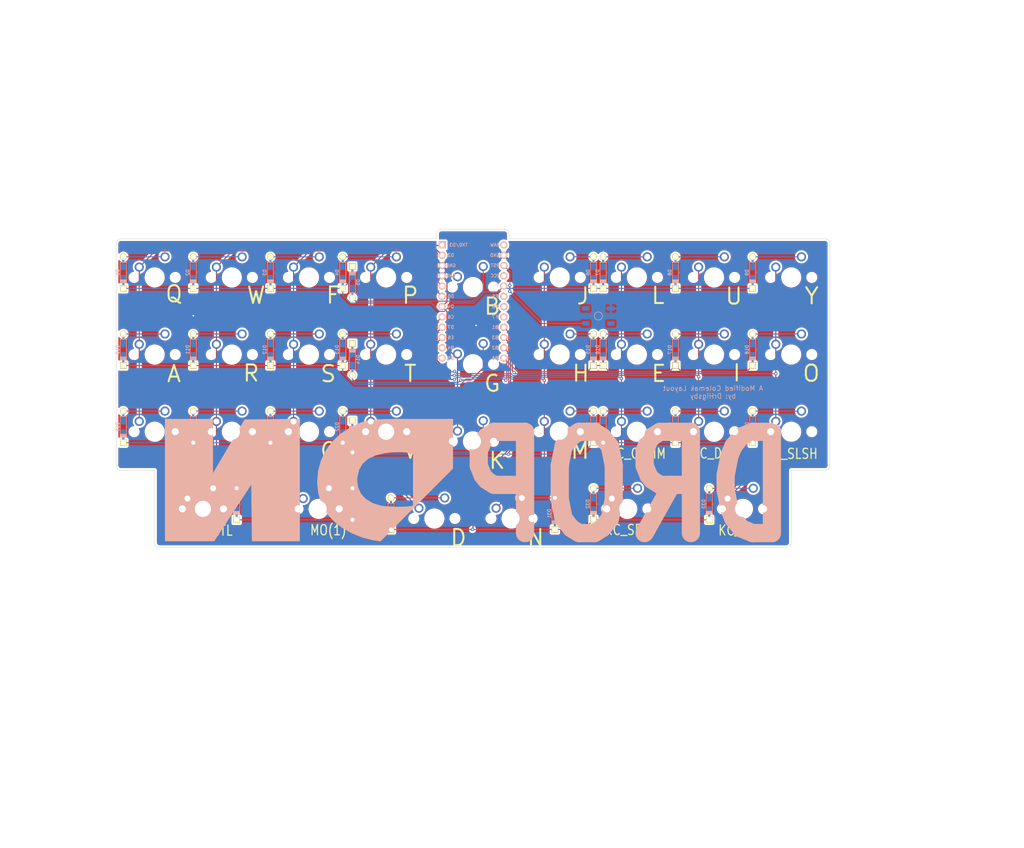
<source format=kicad_pcb>
(kicad_pcb (version 20171130) (host pcbnew "(5.1.9)-1")
  (layers (0 F.Cu signal) (31 B.Cu signal) (34 B.Paste user) (35 F.Paste user) (36 B.SilkS user) (37 F.SilkS user) (38 B.Mask user) (39 F.Mask user) (44 Edge.Cuts user))
  (net 0 "")
  (net 1 "Net-(D1-Pad2)")
  (net 2 r1)
  (net 3 "Net-(D2-Pad2)")
  (net 4 "Net-(D3-Pad2)")
  (net 5 "Net-(D4-Pad2)")
  (net 6 "Net-(D5-Pad2)")
  (net 7 "Net-(D6-Pad2)")
  (net 8 "Net-(D7-Pad2)")
  (net 9 "Net-(D8-Pad2)")
  (net 10 "Net-(D9-Pad2)")
  (net 11 "Net-(D10-Pad2)")
  (net 12 r2)
  (net 13 "Net-(D11-Pad2)")
  (net 14 "Net-(D12-Pad2)")
  (net 15 "Net-(D13-Pad2)")
  (net 16 "Net-(D14-Pad2)")
  (net 17 "Net-(D15-Pad2)")
  (net 18 "Net-(D16-Pad2)")
  (net 19 "Net-(D17-Pad2)")
  (net 20 "Net-(D18-Pad2)")
  (net 21 "Net-(D19-Pad2)")
  (net 22 r3)
  (net 23 "Net-(D20-Pad2)")
  (net 24 "Net-(D21-Pad2)")
  (net 25 "Net-(D22-Pad2)")
  (net 26 "Net-(D23-Pad2)")
  (net 27 "Net-(D24-Pad2)")
  (net 28 "Net-(D25-Pad2)")
  (net 29 "Net-(D26-Pad2)")
  (net 30 "Net-(D27-Pad2)")
  (net 31 "Net-(D28-Pad2)")
  (net 32 r4)
  (net 33 "Net-(D29-Pad2)")
  (net 34 "Net-(D30-Pad2)")
  (net 35 "Net-(D31-Pad2)")
  (net 36 "Net-(D32-Pad2)")
  (net 37 "Net-(D33-Pad2)")
  (net 38 c1)
  (net 39 c2)
  (net 40 c3)
  (net 41 c4)
  (net 42 c5)
  (net 43 c6)
  (net 44 c7)
  (net 45 c8)
  (net 46 c9)
  (net 47 "Net-(PM1-Pad24)")
  (net 48 "Net-(PM1-Pad12)")
  (net 49 GND)
  (net 50 RST)
  (net 51 "Net-(PM1-Pad21)")
  (net 52 "Net-(PM1-Pad19)")
  (net 53 "Net-(PM1-Pad18)")
  (net 54 "Net-(PM1-Pad17)")
  (net 55 "Net-(PM1-Pad11)")
  (module Keebio-Parts:ArduinoProMicro (layer F.Cu) (at 111.91875 38.1 270)
    (fp_text reference PM1 hide)
    (fp_text value ProMicro hide)
    (fp_text user RST (at -8.91 -5.5) (layer B.SilkS) (effects (font (size 0.8 0.8)) (justify mirror)))
    (fp_text user TX0/D3 (at -13.97 3.571872) (layer B.SilkS) (effects (font (size 0.8 0.8)) (justify mirror)))
    (fp_text user B2 (at 11.43 -5.461) (layer B.SilkS) (effects (font (size 0.8 0.8)) (justify mirror)))
    (fp_text user F7 (at 3.81 -5.461) (layer B.SilkS) (effects (font (size 0.8 0.8)) (justify mirror)))
    (fp_text user F6 (at 1.27 -5.461) (layer B.SilkS) (effects (font (size 0.8 0.8)) (justify mirror)))
    (fp_text user F5 (at -1.27 -5.461) (layer B.SilkS) (effects (font (size 0.8 0.8)) (justify mirror)))
    (fp_text user RAW (at -13.97 -5.461) (layer B.SilkS) (effects (font (size 0.8 0.8)) (justify mirror)))
    (fp_text user GND (at -11.43 -5.461) (layer B.SilkS) (effects (font (size 0.8 0.8)) (justify mirror)))
    (fp_text user VCC (at -6.35 -5.461) (layer B.SilkS) (effects (font (size 0.8 0.8)) (justify mirror)))
    (fp_text user F4 (at -3.81 -5.461) (layer B.SilkS) (effects (font (size 0.8 0.8)) (justify mirror)))
    (fp_text user B1 (at 6.35 -5.461) (layer B.SilkS) (effects (font (size 0.8 0.8)) (justify mirror)))
    (fp_text user B3 (at 8.89 -5.461) (layer B.SilkS) (effects (font (size 0.8 0.8)) (justify mirror)))
    (fp_text user B6 (at 13.97 -5.461) (layer B.SilkS) (effects (font (size 0.8 0.8)) (justify mirror)))
    (fp_text user B5 (at 13.97 5.461) (layer B.SilkS) (effects (font (size 0.8 0.8)) (justify mirror)))
    (fp_text user B4 (at 11.43 5.461) (layer B.SilkS) (effects (font (size 0.8 0.8)) (justify mirror)))
    (fp_text user E6 (at 8.89 5.461) (layer B.SilkS) (effects (font (size 0.8 0.8)) (justify mirror)))
    (fp_text user D7 (at 6.35 5.461) (layer B.SilkS) (effects (font (size 0.8 0.8)) (justify mirror)))
    (fp_text user C6 (at 3.81 5.461) (layer B.SilkS) (effects (font (size 0.8 0.8)) (justify mirror)))
    (fp_text user D4 (at 1.27 5.461) (layer B.SilkS) (effects (font (size 0.8 0.8)) (justify mirror)))
    (fp_text user GND (at -8.89 5.461) (layer B.SilkS) (effects (font (size 0.8 0.8)) (justify mirror)))
    (fp_text user GND (at -6.35 5.461) (layer B.SilkS) (effects (font (size 0.8 0.8)) (justify mirror)))
    (fp_text user D1 (at -3.81 5.461) (layer B.SilkS) (effects (font (size 0.8 0.8)) (justify mirror)))
    (fp_text user D0 (at -1.27 5.461) (layer B.SilkS) (effects (font (size 0.8 0.8)) (justify mirror)))
    (fp_text user D2 (at -11.43 5.461) (layer B.SilkS) (effects (font (size 0.8 0.8)) (justify mirror)))
    (pad 24 thru_hole circle (at -13.97 -7.62 270) (size 1.7526 1.7526) (drill 1.0922) (layers *.Cu *.SilkS *.Mask) (net 47 "Net-(PM1-Pad24)"))
    (pad 12 thru_hole circle (at 13.97 7.62 270) (size 1.7526 1.7526) (drill 1.0922) (layers *.Cu *.SilkS *.Mask) (net 48 "Net-(PM1-Pad12)"))
    (pad 23 thru_hole circle (at -11.43 -7.62 270) (size 1.7526 1.7526) (drill 1.0922) (layers *.Cu *.SilkS *.Mask) (net 49 GND))
    (pad 22 thru_hole circle (at -8.89 -7.62 270) (size 1.7526 1.7526) (drill 1.0922) (layers *.Cu *.SilkS *.Mask) (net 50 RST))
    (pad 21 thru_hole circle (at -6.35 -7.62 270) (size 1.7526 1.7526) (drill 1.0922) (layers *.Cu *.SilkS *.Mask) (net 51 "Net-(PM1-Pad21)"))
    (pad 20 thru_hole circle (at -3.81 -7.62 270) (size 1.7526 1.7526) (drill 1.0922) (layers *.Cu *.SilkS *.Mask) (net 2 r1))
    (pad 19 thru_hole circle (at -1.27 -7.62 270) (size 1.7526 1.7526) (drill 1.0922) (layers *.Cu *.SilkS *.Mask) (net 52 "Net-(PM1-Pad19)"))
    (pad 18 thru_hole circle (at 1.27 -7.62 270) (size 1.7526 1.7526) (drill 1.0922) (layers *.Cu *.SilkS *.Mask) (net 53 "Net-(PM1-Pad18)"))
    (pad 17 thru_hole circle (at 3.81 -7.62 270) (size 1.7526 1.7526) (drill 1.0922) (layers *.Cu *.SilkS *.Mask) (net 54 "Net-(PM1-Pad17)"))
    (pad 16 thru_hole circle (at 6.35 -7.62 270) (size 1.7526 1.7526) (drill 1.0922) (layers *.Cu *.SilkS *.Mask) (net 46 c9))
    (pad 15 thru_hole circle (at 8.89 -7.62 270) (size 1.7526 1.7526) (drill 1.0922) (layers *.Cu *.SilkS *.Mask) (net 22 r3))
    (pad 14 thru_hole circle (at 11.43 -7.62 270) (size 1.7526 1.7526) (drill 1.0922) (layers *.Cu *.SilkS *.Mask) (net 32 r4))
    (pad 13 thru_hole circle (at 13.97 -7.62 270) (size 1.7526 1.7526) (drill 1.0922) (layers *.Cu *.SilkS *.Mask) (net 12 r2))
    (pad 11 thru_hole circle (at 11.43 7.62 270) (size 1.7526 1.7526) (drill 1.0922) (layers *.Cu *.SilkS *.Mask) (net 55 "Net-(PM1-Pad11)"))
    (pad 10 thru_hole circle (at 8.89 7.62 270) (size 1.7526 1.7526) (drill 1.0922) (layers *.Cu *.SilkS *.Mask) (net 45 c8))
    (pad 9 thru_hole circle (at 6.35 7.62 270) (size 1.7526 1.7526) (drill 1.0922) (layers *.Cu *.SilkS *.Mask) (net 44 c7))
    (pad 8 thru_hole circle (at 3.81 7.62 270) (size 1.7526 1.7526) (drill 1.0922) (layers *.Cu *.SilkS *.Mask) (net 43 c6))
    (pad 7 thru_hole circle (at 1.27 7.62 270) (size 1.7526 1.7526) (drill 1.0922) (layers *.Cu *.SilkS *.Mask) (net 42 c5))
    (pad 6 thru_hole circle (at -1.27 7.62 270) (size 1.7526 1.7526) (drill 1.0922) (layers *.Cu *.SilkS *.Mask) (net 41 c4))
    (pad 5 thru_hole circle (at -3.81 7.62 270) (size 1.7526 1.7526) (drill 1.0922) (layers *.Cu *.SilkS *.Mask) (net 40 c3))
    (pad 4 thru_hole circle (at -6.35 7.62 270) (size 1.7526 1.7526) (drill 1.0922) (layers *.Cu *.SilkS *.Mask) (net 49 GND))
    (pad 3 thru_hole circle (at -8.89 7.62 270) (size 1.7526 1.7526) (drill 1.0922) (layers *.Cu *.SilkS *.Mask) (net 49 GND))
    (pad 2 thru_hole circle (at -11.43 7.62 270) (size 1.7526 1.7526) (drill 1.0922) (layers *.Cu *.SilkS *.Mask) (net 39 c2))
    (pad 1 thru_hole rect (at -13.97 7.62 270) (size 1.7526 1.7526) (drill 1.0922) (layers *.Cu *.SilkS *.Mask) (net 38 c1))
  )
  (module random-keyboard-parts:SKQG-1155865 (layer B.Cu) (at 142.875 41.671875 180)
    (fp_text reference RESET1 hide)
    (fp_text value reset hide)
    (pad 3 smd rect (at -3.1 -1.85 180) (size 1.8 1.1) (layers B.Cu B.Paste B.Mask))
    (pad 4 smd rect (at 3.1 1.85 180) (size 1.8 1.1) (layers B.Cu B.Paste B.Mask))
    (pad 2 smd rect (at -3.1 1.85 180) (size 1.8 1.1) (layers B.Cu B.Paste B.Mask) (net 49 GND))
    (pad 1 smd rect (at 3.1 -1.85 180) (size 1.8 1.1) (layers B.Cu B.Paste B.Mask) (net 50 RST))
  )
  (module "DropDN:dn large" (layer B.Cu) (at 71.4375 82.05 180)
    (fp_text reference G*** hide)
    (fp_text value LOGO hide)
  )
  (module MX_Only:MXOnly-1.25U-NoLED (layer F.Cu) (at 178.5939 89.29695)
    (fp_text reference MX33)
    (fp_text value MX-NoLED)
    (pad 2 thru_hole circle (at 2.54 -5.08) (size 2.25 2.25) (drill 1.47) (layers *.Cu B.Mask) (net 37 "Net-(D33-Pad2)"))
    (pad "" np_thru_hole circle (at 0 0) (size 3.9878 3.9878) (drill 3.9878) (layers *.Cu *.Mask))
    (pad 1 thru_hole circle (at -3.81 -2.54) (size 2.25 2.25) (drill 1.47) (layers *.Cu B.Mask) (net 46 c9))
    (pad "" np_thru_hole circle (at -5.08 0 48.0996) (size 1.75 1.75) (drill 1.75) (layers *.Cu *.Mask))
    (pad "" np_thru_hole circle (at 5.08 0 48.0996) (size 1.75 1.75) (drill 1.75) (layers *.Cu *.Mask))
  )
  (module MX_Only:MXOnly-1.75U-NoLED (layer F.Cu) (at 150.018876 89.29695)
    (fp_text reference MX32)
    (fp_text value MX-NoLED)
    (pad 2 thru_hole circle (at 2.54 -5.08) (size 2.25 2.25) (drill 1.47) (layers *.Cu B.Mask) (net 36 "Net-(D32-Pad2)"))
    (pad "" np_thru_hole circle (at 0 0) (size 3.9878 3.9878) (drill 3.9878) (layers *.Cu *.Mask))
    (pad 1 thru_hole circle (at -3.81 -2.54) (size 2.25 2.25) (drill 1.47) (layers *.Cu B.Mask) (net 44 c7))
    (pad "" np_thru_hole circle (at -5.08 0 48.0996) (size 1.75 1.75) (drill 1.75) (layers *.Cu *.Mask))
    (pad "" np_thru_hole circle (at 5.08 0 48.0996) (size 1.75 1.75) (drill 1.75) (layers *.Cu *.Mask))
  )
  (module MX_Only:MXOnly-1U-NoLED (layer F.Cu) (at 121.443854 91.6782)
    (fp_text reference MX31)
    (fp_text value MX-NoLED)
    (pad 2 thru_hole circle (at 2.54 -5.08) (size 2.25 2.25) (drill 1.47) (layers *.Cu B.Mask) (net 35 "Net-(D31-Pad2)"))
    (pad "" np_thru_hole circle (at 0 0) (size 3.9878 3.9878) (drill 3.9878) (layers *.Cu *.Mask))
    (pad 1 thru_hole circle (at -3.81 -2.54) (size 2.25 2.25) (drill 1.47) (layers *.Cu B.Mask) (net 43 c6))
    (pad "" np_thru_hole circle (at -5.08 0 48.0996) (size 1.75 1.75) (drill 1.75) (layers *.Cu *.Mask))
    (pad "" np_thru_hole circle (at 5.08 0 48.0996) (size 1.75 1.75) (drill 1.75) (layers *.Cu *.Mask))
  )
  (module MX_Only:MXOnly-1U-NoLED (layer F.Cu) (at 102.393838 91.6782)
    (fp_text reference MX30)
    (fp_text value MX-NoLED)
    (pad 2 thru_hole circle (at 2.54 -5.08) (size 2.25 2.25) (drill 1.47) (layers *.Cu B.Mask) (net 34 "Net-(D30-Pad2)"))
    (pad "" np_thru_hole circle (at 0 0) (size 3.9878 3.9878) (drill 3.9878) (layers *.Cu *.Mask))
    (pad 1 thru_hole circle (at -3.81 -2.54) (size 2.25 2.25) (drill 1.47) (layers *.Cu B.Mask) (net 41 c4))
    (pad "" np_thru_hole circle (at -5.08 0 48.0996) (size 1.75 1.75) (drill 1.75) (layers *.Cu *.Mask))
    (pad "" np_thru_hole circle (at 5.08 0 48.0996) (size 1.75 1.75) (drill 1.75) (layers *.Cu *.Mask))
  )
  (module MX_Only:MXOnly-1.75U-NoLED (layer F.Cu) (at 73.818816 89.29695)
    (fp_text reference MX29)
    (fp_text value MX-NoLED)
    (pad 2 thru_hole circle (at 2.54 -5.08) (size 2.25 2.25) (drill 1.47) (layers *.Cu B.Mask) (net 33 "Net-(D29-Pad2)"))
    (pad "" np_thru_hole circle (at 0 0) (size 3.9878 3.9878) (drill 3.9878) (layers *.Cu *.Mask))
    (pad 1 thru_hole circle (at -3.81 -2.54) (size 2.25 2.25) (drill 1.47) (layers *.Cu B.Mask) (net 40 c3))
    (pad "" np_thru_hole circle (at -5.08 0 48.0996) (size 1.75 1.75) (drill 1.75) (layers *.Cu *.Mask))
    (pad "" np_thru_hole circle (at 5.08 0 48.0996) (size 1.75 1.75) (drill 1.75) (layers *.Cu *.Mask))
  )
  (module MX_Only:MXOnly-1.25U-NoLED (layer F.Cu) (at 45.243792 89.29695)
    (fp_text reference MX28)
    (fp_text value MX-NoLED)
    (pad 2 thru_hole circle (at 2.54 -5.08) (size 2.25 2.25) (drill 1.47) (layers *.Cu B.Mask) (net 31 "Net-(D28-Pad2)"))
    (pad "" np_thru_hole circle (at 0 0) (size 3.9878 3.9878) (drill 3.9878) (layers *.Cu *.Mask))
    (pad 1 thru_hole circle (at -3.81 -2.54) (size 2.25 2.25) (drill 1.47) (layers *.Cu B.Mask) (net 39 c2))
    (pad "" np_thru_hole circle (at -5.08 0 48.0996) (size 1.75 1.75) (drill 1.75) (layers *.Cu *.Mask))
    (pad "" np_thru_hole circle (at 5.08 0 48.0996) (size 1.75 1.75) (drill 1.75) (layers *.Cu *.Mask))
  )
  (module MX_Only:MXOnly-1U-NoLED (layer F.Cu) (at 190.50016 70.246934)
    (fp_text reference MX27)
    (fp_text value MX-NoLED)
    (pad 2 thru_hole circle (at 2.54 -5.08) (size 2.25 2.25) (drill 1.47) (layers *.Cu B.Mask) (net 30 "Net-(D27-Pad2)"))
    (pad "" np_thru_hole circle (at 0 0) (size 3.9878 3.9878) (drill 3.9878) (layers *.Cu *.Mask))
    (pad 1 thru_hole circle (at -3.81 -2.54) (size 2.25 2.25) (drill 1.47) (layers *.Cu B.Mask) (net 46 c9))
    (pad "" np_thru_hole circle (at -5.08 0 48.0996) (size 1.75 1.75) (drill 1.75) (layers *.Cu *.Mask))
    (pad "" np_thru_hole circle (at 5.08 0 48.0996) (size 1.75 1.75) (drill 1.75) (layers *.Cu *.Mask))
  )
  (module MX_Only:MXOnly-1U-NoLED (layer F.Cu) (at 171.450144 70.246934)
    (fp_text reference MX26)
    (fp_text value MX-NoLED)
    (pad 2 thru_hole circle (at 2.54 -5.08) (size 2.25 2.25) (drill 1.47) (layers *.Cu B.Mask) (net 29 "Net-(D26-Pad2)"))
    (pad "" np_thru_hole circle (at 0 0) (size 3.9878 3.9878) (drill 3.9878) (layers *.Cu *.Mask))
    (pad 1 thru_hole circle (at -3.81 -2.54) (size 2.25 2.25) (drill 1.47) (layers *.Cu B.Mask) (net 45 c8))
    (pad "" np_thru_hole circle (at -5.08 0 48.0996) (size 1.75 1.75) (drill 1.75) (layers *.Cu *.Mask))
    (pad "" np_thru_hole circle (at 5.08 0 48.0996) (size 1.75 1.75) (drill 1.75) (layers *.Cu *.Mask))
  )
  (module MX_Only:MXOnly-1U-NoLED (layer F.Cu) (at 152.400128 70.246934)
    (fp_text reference MX25)
    (fp_text value MX-NoLED)
    (pad 2 thru_hole circle (at 2.54 -5.08) (size 2.25 2.25) (drill 1.47) (layers *.Cu B.Mask) (net 28 "Net-(D25-Pad2)"))
    (pad "" np_thru_hole circle (at 0 0) (size 3.9878 3.9878) (drill 3.9878) (layers *.Cu *.Mask))
    (pad 1 thru_hole circle (at -3.81 -2.54) (size 2.25 2.25) (drill 1.47) (layers *.Cu B.Mask) (net 44 c7))
    (pad "" np_thru_hole circle (at -5.08 0 48.0996) (size 1.75 1.75) (drill 1.75) (layers *.Cu *.Mask))
    (pad "" np_thru_hole circle (at 5.08 0 48.0996) (size 1.75 1.75) (drill 1.75) (layers *.Cu *.Mask))
  )
  (module MX_Only:MXOnly-1U-NoLED (layer F.Cu) (at 133.350112 70.246934)
    (fp_text reference MX24)
    (fp_text value MX-NoLED)
    (pad 2 thru_hole circle (at 2.54 -5.08) (size 2.25 2.25) (drill 1.47) (layers *.Cu B.Mask) (net 27 "Net-(D24-Pad2)"))
    (pad "" np_thru_hole circle (at 0 0) (size 3.9878 3.9878) (drill 3.9878) (layers *.Cu *.Mask))
    (pad 1 thru_hole circle (at -3.81 -2.54) (size 2.25 2.25) (drill 1.47) (layers *.Cu B.Mask) (net 43 c6))
    (pad "" np_thru_hole circle (at -5.08 0 48.0996) (size 1.75 1.75) (drill 1.75) (layers *.Cu *.Mask))
    (pad "" np_thru_hole circle (at 5.08 0 48.0996) (size 1.75 1.75) (drill 1.75) (layers *.Cu *.Mask))
  )
  (module MX_Only:MXOnly-1U-NoLED (layer F.Cu) (at 111.918846 72.628184)
    (fp_text reference MX23)
    (fp_text value MX-NoLED)
    (pad 2 thru_hole circle (at 2.54 -5.08) (size 2.25 2.25) (drill 1.47) (layers *.Cu B.Mask) (net 26 "Net-(D23-Pad2)"))
    (pad "" np_thru_hole circle (at 0 0) (size 3.9878 3.9878) (drill 3.9878) (layers *.Cu *.Mask))
    (pad 1 thru_hole circle (at -3.81 -2.54) (size 2.25 2.25) (drill 1.47) (layers *.Cu B.Mask) (net 42 c5))
    (pad "" np_thru_hole circle (at -5.08 0 48.0996) (size 1.75 1.75) (drill 1.75) (layers *.Cu *.Mask))
    (pad "" np_thru_hole circle (at 5.08 0 48.0996) (size 1.75 1.75) (drill 1.75) (layers *.Cu *.Mask))
  )
  (module MX_Only:MXOnly-1U-NoLED (layer F.Cu) (at 90.48758 70.246934)
    (fp_text reference MX22)
    (fp_text value MX-NoLED)
    (pad 2 thru_hole circle (at 2.54 -5.08) (size 2.25 2.25) (drill 1.47) (layers *.Cu B.Mask) (net 25 "Net-(D22-Pad2)"))
    (pad "" np_thru_hole circle (at 0 0) (size 3.9878 3.9878) (drill 3.9878) (layers *.Cu *.Mask))
    (pad 1 thru_hole circle (at -3.81 -2.54) (size 2.25 2.25) (drill 1.47) (layers *.Cu B.Mask) (net 41 c4))
    (pad "" np_thru_hole circle (at -5.08 0 48.0996) (size 1.75 1.75) (drill 1.75) (layers *.Cu *.Mask))
    (pad "" np_thru_hole circle (at 5.08 0 48.0996) (size 1.75 1.75) (drill 1.75) (layers *.Cu *.Mask))
  )
  (module MX_Only:MXOnly-1U-NoLED (layer F.Cu) (at 71.437564 70.246934)
    (fp_text reference MX21)
    (fp_text value MX-NoLED)
    (pad 2 thru_hole circle (at 2.54 -5.08) (size 2.25 2.25) (drill 1.47) (layers *.Cu B.Mask) (net 24 "Net-(D21-Pad2)"))
    (pad "" np_thru_hole circle (at 0 0) (size 3.9878 3.9878) (drill 3.9878) (layers *.Cu *.Mask))
    (pad 1 thru_hole circle (at -3.81 -2.54) (size 2.25 2.25) (drill 1.47) (layers *.Cu B.Mask) (net 40 c3))
    (pad "" np_thru_hole circle (at -5.08 0 48.0996) (size 1.75 1.75) (drill 1.75) (layers *.Cu *.Mask))
    (pad "" np_thru_hole circle (at 5.08 0 48.0996) (size 1.75 1.75) (drill 1.75) (layers *.Cu *.Mask))
  )
  (module MX_Only:MXOnly-1U-NoLED (layer F.Cu) (at 52.387548 70.246934)
    (fp_text reference MX20)
    (fp_text value MX-NoLED)
    (pad 2 thru_hole circle (at 2.54 -5.08) (size 2.25 2.25) (drill 1.47) (layers *.Cu B.Mask) (net 23 "Net-(D20-Pad2)"))
    (pad "" np_thru_hole circle (at 0 0) (size 3.9878 3.9878) (drill 3.9878) (layers *.Cu *.Mask))
    (pad 1 thru_hole circle (at -3.81 -2.54) (size 2.25 2.25) (drill 1.47) (layers *.Cu B.Mask) (net 39 c2))
    (pad "" np_thru_hole circle (at -5.08 0 48.0996) (size 1.75 1.75) (drill 1.75) (layers *.Cu *.Mask))
    (pad "" np_thru_hole circle (at 5.08 0 48.0996) (size 1.75 1.75) (drill 1.75) (layers *.Cu *.Mask))
  )
  (module MX_Only:MXOnly-1U-NoLED (layer F.Cu) (at 33.337532 70.246934)
    (fp_text reference MX19)
    (fp_text value MX-NoLED)
    (pad 2 thru_hole circle (at 2.54 -5.08) (size 2.25 2.25) (drill 1.47) (layers *.Cu B.Mask) (net 21 "Net-(D19-Pad2)"))
    (pad "" np_thru_hole circle (at 0 0) (size 3.9878 3.9878) (drill 3.9878) (layers *.Cu *.Mask))
    (pad 1 thru_hole circle (at -3.81 -2.54) (size 2.25 2.25) (drill 1.47) (layers *.Cu B.Mask) (net 38 c1))
    (pad "" np_thru_hole circle (at -5.08 0 48.0996) (size 1.75 1.75) (drill 1.75) (layers *.Cu *.Mask))
    (pad "" np_thru_hole circle (at 5.08 0 48.0996) (size 1.75 1.75) (drill 1.75) (layers *.Cu *.Mask))
  )
  (module MX_Only:MXOnly-1U-NoLED (layer F.Cu) (at 190.50016 51.196918)
    (fp_text reference MX18)
    (fp_text value MX-NoLED)
    (pad 2 thru_hole circle (at 2.54 -5.08) (size 2.25 2.25) (drill 1.47) (layers *.Cu B.Mask) (net 20 "Net-(D18-Pad2)"))
    (pad "" np_thru_hole circle (at 0 0) (size 3.9878 3.9878) (drill 3.9878) (layers *.Cu *.Mask))
    (pad 1 thru_hole circle (at -3.81 -2.54) (size 2.25 2.25) (drill 1.47) (layers *.Cu B.Mask) (net 46 c9))
    (pad "" np_thru_hole circle (at -5.08 0 48.0996) (size 1.75 1.75) (drill 1.75) (layers *.Cu *.Mask))
    (pad "" np_thru_hole circle (at 5.08 0 48.0996) (size 1.75 1.75) (drill 1.75) (layers *.Cu *.Mask))
  )
  (module MX_Only:MXOnly-1U-NoLED (layer F.Cu) (at 171.450144 51.196918)
    (fp_text reference MX17)
    (fp_text value MX-NoLED)
    (pad 2 thru_hole circle (at 2.54 -5.08) (size 2.25 2.25) (drill 1.47) (layers *.Cu B.Mask) (net 19 "Net-(D17-Pad2)"))
    (pad "" np_thru_hole circle (at 0 0) (size 3.9878 3.9878) (drill 3.9878) (layers *.Cu *.Mask))
    (pad 1 thru_hole circle (at -3.81 -2.54) (size 2.25 2.25) (drill 1.47) (layers *.Cu B.Mask) (net 45 c8))
    (pad "" np_thru_hole circle (at -5.08 0 48.0996) (size 1.75 1.75) (drill 1.75) (layers *.Cu *.Mask))
    (pad "" np_thru_hole circle (at 5.08 0 48.0996) (size 1.75 1.75) (drill 1.75) (layers *.Cu *.Mask))
  )
  (module MX_Only:MXOnly-1U-NoLED (layer F.Cu) (at 152.400128 51.196918)
    (fp_text reference MX16)
    (fp_text value MX-NoLED)
    (pad 2 thru_hole circle (at 2.54 -5.08) (size 2.25 2.25) (drill 1.47) (layers *.Cu B.Mask) (net 18 "Net-(D16-Pad2)"))
    (pad "" np_thru_hole circle (at 0 0) (size 3.9878 3.9878) (drill 3.9878) (layers *.Cu *.Mask))
    (pad 1 thru_hole circle (at -3.81 -2.54) (size 2.25 2.25) (drill 1.47) (layers *.Cu B.Mask) (net 44 c7))
    (pad "" np_thru_hole circle (at -5.08 0 48.0996) (size 1.75 1.75) (drill 1.75) (layers *.Cu *.Mask))
    (pad "" np_thru_hole circle (at 5.08 0 48.0996) (size 1.75 1.75) (drill 1.75) (layers *.Cu *.Mask))
  )
  (module MX_Only:MXOnly-1U-NoLED (layer F.Cu) (at 133.350112 51.196918)
    (fp_text reference MX15)
    (fp_text value MX-NoLED)
    (pad 2 thru_hole circle (at 2.54 -5.08) (size 2.25 2.25) (drill 1.47) (layers *.Cu B.Mask) (net 17 "Net-(D15-Pad2)"))
    (pad "" np_thru_hole circle (at 0 0) (size 3.9878 3.9878) (drill 3.9878) (layers *.Cu *.Mask))
    (pad 1 thru_hole circle (at -3.81 -2.54) (size 2.25 2.25) (drill 1.47) (layers *.Cu B.Mask) (net 43 c6))
    (pad "" np_thru_hole circle (at -5.08 0 48.0996) (size 1.75 1.75) (drill 1.75) (layers *.Cu *.Mask))
    (pad "" np_thru_hole circle (at 5.08 0 48.0996) (size 1.75 1.75) (drill 1.75) (layers *.Cu *.Mask))
  )
  (module MX_Only:MXOnly-1U-NoLED (layer F.Cu) (at 111.918846 53.578168)
    (fp_text reference MX14)
    (fp_text value MX-NoLED)
    (pad 2 thru_hole circle (at 2.54 -5.08) (size 2.25 2.25) (drill 1.47) (layers *.Cu B.Mask) (net 16 "Net-(D14-Pad2)"))
    (pad "" np_thru_hole circle (at 0 0) (size 3.9878 3.9878) (drill 3.9878) (layers *.Cu *.Mask))
    (pad 1 thru_hole circle (at -3.81 -2.54) (size 2.25 2.25) (drill 1.47) (layers *.Cu B.Mask) (net 42 c5))
    (pad "" np_thru_hole circle (at -5.08 0 48.0996) (size 1.75 1.75) (drill 1.75) (layers *.Cu *.Mask))
    (pad "" np_thru_hole circle (at 5.08 0 48.0996) (size 1.75 1.75) (drill 1.75) (layers *.Cu *.Mask))
  )
  (module MX_Only:MXOnly-1U-NoLED (layer F.Cu) (at 90.48758 51.196918)
    (fp_text reference MX13)
    (fp_text value MX-NoLED)
    (pad 2 thru_hole circle (at 2.54 -5.08) (size 2.25 2.25) (drill 1.47) (layers *.Cu B.Mask) (net 15 "Net-(D13-Pad2)"))
    (pad "" np_thru_hole circle (at 0 0) (size 3.9878 3.9878) (drill 3.9878) (layers *.Cu *.Mask))
    (pad 1 thru_hole circle (at -3.81 -2.54) (size 2.25 2.25) (drill 1.47) (layers *.Cu B.Mask) (net 41 c4))
    (pad "" np_thru_hole circle (at -5.08 0 48.0996) (size 1.75 1.75) (drill 1.75) (layers *.Cu *.Mask))
    (pad "" np_thru_hole circle (at 5.08 0 48.0996) (size 1.75 1.75) (drill 1.75) (layers *.Cu *.Mask))
  )
  (module MX_Only:MXOnly-1U-NoLED (layer F.Cu) (at 71.437564 51.196918)
    (fp_text reference MX12)
    (fp_text value MX-NoLED)
    (pad 2 thru_hole circle (at 2.54 -5.08) (size 2.25 2.25) (drill 1.47) (layers *.Cu B.Mask) (net 14 "Net-(D12-Pad2)"))
    (pad "" np_thru_hole circle (at 0 0) (size 3.9878 3.9878) (drill 3.9878) (layers *.Cu *.Mask))
    (pad 1 thru_hole circle (at -3.81 -2.54) (size 2.25 2.25) (drill 1.47) (layers *.Cu B.Mask) (net 40 c3))
    (pad "" np_thru_hole circle (at -5.08 0 48.0996) (size 1.75 1.75) (drill 1.75) (layers *.Cu *.Mask))
    (pad "" np_thru_hole circle (at 5.08 0 48.0996) (size 1.75 1.75) (drill 1.75) (layers *.Cu *.Mask))
  )
  (module MX_Only:MXOnly-1U-NoLED (layer F.Cu) (at 52.387548 51.196918)
    (fp_text reference MX11)
    (fp_text value MX-NoLED)
    (pad 2 thru_hole circle (at 2.54 -5.08) (size 2.25 2.25) (drill 1.47) (layers *.Cu B.Mask) (net 13 "Net-(D11-Pad2)"))
    (pad "" np_thru_hole circle (at 0 0) (size 3.9878 3.9878) (drill 3.9878) (layers *.Cu *.Mask))
    (pad 1 thru_hole circle (at -3.81 -2.54) (size 2.25 2.25) (drill 1.47) (layers *.Cu B.Mask) (net 39 c2))
    (pad "" np_thru_hole circle (at -5.08 0 48.0996) (size 1.75 1.75) (drill 1.75) (layers *.Cu *.Mask))
    (pad "" np_thru_hole circle (at 5.08 0 48.0996) (size 1.75 1.75) (drill 1.75) (layers *.Cu *.Mask))
  )
  (module MX_Only:MXOnly-1U-NoLED (layer F.Cu) (at 33.337532 51.196918)
    (fp_text reference MX10)
    (fp_text value MX-NoLED)
    (pad 2 thru_hole circle (at 2.54 -5.08) (size 2.25 2.25) (drill 1.47) (layers *.Cu B.Mask) (net 11 "Net-(D10-Pad2)"))
    (pad "" np_thru_hole circle (at 0 0) (size 3.9878 3.9878) (drill 3.9878) (layers *.Cu *.Mask))
    (pad 1 thru_hole circle (at -3.81 -2.54) (size 2.25 2.25) (drill 1.47) (layers *.Cu B.Mask) (net 38 c1))
    (pad "" np_thru_hole circle (at -5.08 0 48.0996) (size 1.75 1.75) (drill 1.75) (layers *.Cu *.Mask))
    (pad "" np_thru_hole circle (at 5.08 0 48.0996) (size 1.75 1.75) (drill 1.75) (layers *.Cu *.Mask))
  )
  (module MX_Only:MXOnly-1U-NoLED (layer F.Cu) (at 190.50016 32.146902)
    (fp_text reference MX9)
    (fp_text value MX-NoLED)
    (pad 2 thru_hole circle (at 2.54 -5.08) (size 2.25 2.25) (drill 1.47) (layers *.Cu B.Mask) (net 10 "Net-(D9-Pad2)"))
    (pad "" np_thru_hole circle (at 0 0) (size 3.9878 3.9878) (drill 3.9878) (layers *.Cu *.Mask))
    (pad 1 thru_hole circle (at -3.81 -2.54) (size 2.25 2.25) (drill 1.47) (layers *.Cu B.Mask) (net 46 c9))
    (pad "" np_thru_hole circle (at -5.08 0 48.0996) (size 1.75 1.75) (drill 1.75) (layers *.Cu *.Mask))
    (pad "" np_thru_hole circle (at 5.08 0 48.0996) (size 1.75 1.75) (drill 1.75) (layers *.Cu *.Mask))
  )
  (module MX_Only:MXOnly-1U-NoLED (layer F.Cu) (at 171.450144 32.146902)
    (fp_text reference MX8)
    (fp_text value MX-NoLED)
    (pad 2 thru_hole circle (at 2.54 -5.08) (size 2.25 2.25) (drill 1.47) (layers *.Cu B.Mask) (net 9 "Net-(D8-Pad2)"))
    (pad "" np_thru_hole circle (at 0 0) (size 3.9878 3.9878) (drill 3.9878) (layers *.Cu *.Mask))
    (pad 1 thru_hole circle (at -3.81 -2.54) (size 2.25 2.25) (drill 1.47) (layers *.Cu B.Mask) (net 45 c8))
    (pad "" np_thru_hole circle (at -5.08 0 48.0996) (size 1.75 1.75) (drill 1.75) (layers *.Cu *.Mask))
    (pad "" np_thru_hole circle (at 5.08 0 48.0996) (size 1.75 1.75) (drill 1.75) (layers *.Cu *.Mask))
  )
  (module MX_Only:MXOnly-1U-NoLED (layer F.Cu) (at 152.400128 32.146902)
    (fp_text reference MX7)
    (fp_text value MX-NoLED)
    (pad 2 thru_hole circle (at 2.54 -5.08) (size 2.25 2.25) (drill 1.47) (layers *.Cu B.Mask) (net 8 "Net-(D7-Pad2)"))
    (pad "" np_thru_hole circle (at 0 0) (size 3.9878 3.9878) (drill 3.9878) (layers *.Cu *.Mask))
    (pad 1 thru_hole circle (at -3.81 -2.54) (size 2.25 2.25) (drill 1.47) (layers *.Cu B.Mask) (net 44 c7))
    (pad "" np_thru_hole circle (at -5.08 0 48.0996) (size 1.75 1.75) (drill 1.75) (layers *.Cu *.Mask))
    (pad "" np_thru_hole circle (at 5.08 0 48.0996) (size 1.75 1.75) (drill 1.75) (layers *.Cu *.Mask))
  )
  (module MX_Only:MXOnly-1U-NoLED (layer F.Cu) (at 133.350112 32.146902)
    (fp_text reference MX6)
    (fp_text value MX-NoLED)
    (pad 2 thru_hole circle (at 2.54 -5.08) (size 2.25 2.25) (drill 1.47) (layers *.Cu B.Mask) (net 7 "Net-(D6-Pad2)"))
    (pad "" np_thru_hole circle (at 0 0) (size 3.9878 3.9878) (drill 3.9878) (layers *.Cu *.Mask))
    (pad 1 thru_hole circle (at -3.81 -2.54) (size 2.25 2.25) (drill 1.47) (layers *.Cu B.Mask) (net 43 c6))
    (pad "" np_thru_hole circle (at -5.08 0 48.0996) (size 1.75 1.75) (drill 1.75) (layers *.Cu *.Mask))
    (pad "" np_thru_hole circle (at 5.08 0 48.0996) (size 1.75 1.75) (drill 1.75) (layers *.Cu *.Mask))
  )
  (module MX_Only:MXOnly-1U-NoLED (layer F.Cu) (at 111.918846 34.528152)
    (fp_text reference MX5)
    (fp_text value MX-NoLED)
    (pad 2 thru_hole circle (at 2.54 -5.08) (size 2.25 2.25) (drill 1.47) (layers *.Cu B.Mask) (net 6 "Net-(D5-Pad2)"))
    (pad "" np_thru_hole circle (at 0 0) (size 3.9878 3.9878) (drill 3.9878) (layers *.Cu *.Mask))
    (pad 1 thru_hole circle (at -3.81 -2.54) (size 2.25 2.25) (drill 1.47) (layers *.Cu B.Mask) (net 42 c5))
    (pad "" np_thru_hole circle (at -5.08 0 48.0996) (size 1.75 1.75) (drill 1.75) (layers *.Cu *.Mask))
    (pad "" np_thru_hole circle (at 5.08 0 48.0996) (size 1.75 1.75) (drill 1.75) (layers *.Cu *.Mask))
  )
  (module MX_Only:MXOnly-1U-NoLED (layer F.Cu) (at 90.48758 32.146902)
    (fp_text reference MX4)
    (fp_text value MX-NoLED)
    (pad 2 thru_hole circle (at 2.54 -5.08) (size 2.25 2.25) (drill 1.47) (layers *.Cu B.Mask) (net 5 "Net-(D4-Pad2)"))
    (pad "" np_thru_hole circle (at 0 0) (size 3.9878 3.9878) (drill 3.9878) (layers *.Cu *.Mask))
    (pad 1 thru_hole circle (at -3.81 -2.54) (size 2.25 2.25) (drill 1.47) (layers *.Cu B.Mask) (net 41 c4))
    (pad "" np_thru_hole circle (at -5.08 0 48.0996) (size 1.75 1.75) (drill 1.75) (layers *.Cu *.Mask))
    (pad "" np_thru_hole circle (at 5.08 0 48.0996) (size 1.75 1.75) (drill 1.75) (layers *.Cu *.Mask))
  )
  (module MX_Only:MXOnly-1U-NoLED (layer F.Cu) (at 71.437564 32.146902)
    (fp_text reference MX3)
    (fp_text value MX-NoLED)
    (pad 2 thru_hole circle (at 2.54 -5.08) (size 2.25 2.25) (drill 1.47) (layers *.Cu B.Mask) (net 4 "Net-(D3-Pad2)"))
    (pad "" np_thru_hole circle (at 0 0) (size 3.9878 3.9878) (drill 3.9878) (layers *.Cu *.Mask))
    (pad 1 thru_hole circle (at -3.81 -2.54) (size 2.25 2.25) (drill 1.47) (layers *.Cu B.Mask) (net 40 c3))
    (pad "" np_thru_hole circle (at -5.08 0 48.0996) (size 1.75 1.75) (drill 1.75) (layers *.Cu *.Mask))
    (pad "" np_thru_hole circle (at 5.08 0 48.0996) (size 1.75 1.75) (drill 1.75) (layers *.Cu *.Mask))
  )
  (module MX_Only:MXOnly-1U-NoLED (layer F.Cu) (at 52.387548 32.146902)
    (fp_text reference MX2)
    (fp_text value MX-NoLED)
    (pad 2 thru_hole circle (at 2.54 -5.08) (size 2.25 2.25) (drill 1.47) (layers *.Cu B.Mask) (net 3 "Net-(D2-Pad2)"))
    (pad "" np_thru_hole circle (at 0 0) (size 3.9878 3.9878) (drill 3.9878) (layers *.Cu *.Mask))
    (pad 1 thru_hole circle (at -3.81 -2.54) (size 2.25 2.25) (drill 1.47) (layers *.Cu B.Mask) (net 39 c2))
    (pad "" np_thru_hole circle (at -5.08 0 48.0996) (size 1.75 1.75) (drill 1.75) (layers *.Cu *.Mask))
    (pad "" np_thru_hole circle (at 5.08 0 48.0996) (size 1.75 1.75) (drill 1.75) (layers *.Cu *.Mask))
  )
  (module MX_Only:MXOnly-1U-NoLED (layer F.Cu) (at 33.337532 32.146902)
    (fp_text reference MX1)
    (fp_text value MX-NoLED)
    (pad 2 thru_hole circle (at 2.54 -5.08) (size 2.25 2.25) (drill 1.47) (layers *.Cu B.Mask) (net 1 "Net-(D1-Pad2)"))
    (pad "" np_thru_hole circle (at 0 0) (size 3.9878 3.9878) (drill 3.9878) (layers *.Cu *.Mask))
    (pad 1 thru_hole circle (at -3.81 -2.54) (size 2.25 2.25) (drill 1.47) (layers *.Cu B.Mask) (net 38 c1))
    (pad "" np_thru_hole circle (at -5.08 0 48.0996) (size 1.75 1.75) (drill 1.75) (layers *.Cu *.Mask))
    (pad "" np_thru_hole circle (at 5.08 0 48.0996) (size 1.75 1.75) (drill 1.75) (layers *.Cu *.Mask))
  )
  (module Keebio-Parts:Diode-Hybrid-Back (layer F.Cu) (at 170.259518 88.106324 270)
    (fp_text reference D33 (at -0.0254 1.4 90) (layer B.SilkS) (effects (font (size 0.8 0.8)) (justify mirror)))
    (fp_text value D_Small hide)
    (pad 1 thru_hole rect (at 3.9 0 270) (size 1.6 1.6) (drill 1) (layers *.Cu *.Mask F.SilkS) (net 32 r4))
    (pad 2 thru_hole circle (at -3.9 0 270) (size 1.6 1.6) (drill 1) (layers *.Cu *.Mask F.SilkS) (net 37 "Net-(D33-Pad2)"))
    (pad 1 smd rect (at 2.5 0 270) (size 2.9 0.5) (layers B.Cu) (net 32 r4))
    (pad 1 smd rect (at 1.4 0 270) (size 1.6 1.2) (layers B.Cu B.Paste B.Mask) (net 32 r4))
    (pad 2 smd rect (at -1.4 0 270) (size 1.6 1.2) (layers B.Cu B.Paste B.Mask) (net 37 "Net-(D33-Pad2)"))
    (pad 2 smd rect (at -2.5 0 270) (size 2.9 0.5) (layers B.Cu) (net 37 "Net-(D33-Pad2)"))
  )
  (module Keebio-Parts:Diode-Hybrid-Back (layer F.Cu) (at 141.684494 88.106324 270)
    (fp_text reference D32 (at -0.0254 1.4 90) (layer B.SilkS) (effects (font (size 0.8 0.8)) (justify mirror)))
    (fp_text value D_Small hide)
    (pad 1 thru_hole rect (at 3.9 0 270) (size 1.6 1.6) (drill 1) (layers *.Cu *.Mask F.SilkS) (net 32 r4))
    (pad 2 thru_hole circle (at -3.9 0 270) (size 1.6 1.6) (drill 1) (layers *.Cu *.Mask F.SilkS) (net 36 "Net-(D32-Pad2)"))
    (pad 1 smd rect (at 2.5 0 270) (size 2.9 0.5) (layers B.Cu) (net 32 r4))
    (pad 1 smd rect (at 1.4 0 270) (size 1.6 1.2) (layers B.Cu B.Paste B.Mask) (net 32 r4))
    (pad 2 smd rect (at -1.4 0 270) (size 1.6 1.2) (layers B.Cu B.Paste B.Mask) (net 36 "Net-(D32-Pad2)"))
    (pad 2 smd rect (at -2.5 0 270) (size 2.9 0.5) (layers B.Cu) (net 36 "Net-(D32-Pad2)"))
  )
  (module Keebio-Parts:Diode-Hybrid-Back (layer F.Cu) (at 132.159375 90.4875 270)
    (fp_text reference D31 (at -0.0254 1.4 90) (layer B.SilkS) (effects (font (size 0.8 0.8)) (justify mirror)))
    (fp_text value D_Small hide)
    (pad 1 thru_hole rect (at 3.9 0 270) (size 1.6 1.6) (drill 1) (layers *.Cu *.Mask F.SilkS) (net 32 r4))
    (pad 2 thru_hole circle (at -3.9 0 270) (size 1.6 1.6) (drill 1) (layers *.Cu *.Mask F.SilkS) (net 35 "Net-(D31-Pad2)"))
    (pad 1 smd rect (at 2.5 0 270) (size 2.9 0.5) (layers B.Cu) (net 32 r4))
    (pad 1 smd rect (at 1.4 0 270) (size 1.6 1.2) (layers B.Cu B.Paste B.Mask) (net 32 r4))
    (pad 2 smd rect (at -1.4 0 270) (size 1.6 1.2) (layers B.Cu B.Paste B.Mask) (net 35 "Net-(D31-Pad2)"))
    (pad 2 smd rect (at -2.5 0 270) (size 2.9 0.5) (layers B.Cu) (net 35 "Net-(D31-Pad2)"))
  )
  (module Keebio-Parts:Diode-Hybrid-Back (layer F.Cu) (at 91.678206 90.4875 270)
    (fp_text reference D30 (at -0.0254 1.4 90) (layer B.SilkS) (effects (font (size 0.8 0.8)) (justify mirror)))
    (fp_text value D_Small hide)
    (pad 1 thru_hole rect (at 3.9 0 270) (size 1.6 1.6) (drill 1) (layers *.Cu *.Mask F.SilkS) (net 32 r4))
    (pad 2 thru_hole circle (at -3.9 0 270) (size 1.6 1.6) (drill 1) (layers *.Cu *.Mask F.SilkS) (net 34 "Net-(D30-Pad2)"))
    (pad 1 smd rect (at 2.5 0 270) (size 2.9 0.5) (layers B.Cu) (net 32 r4))
    (pad 1 smd rect (at 1.4 0 270) (size 1.6 1.2) (layers B.Cu B.Paste B.Mask) (net 32 r4))
    (pad 2 smd rect (at -1.4 0 270) (size 1.6 1.2) (layers B.Cu B.Paste B.Mask) (net 34 "Net-(D30-Pad2)"))
    (pad 2 smd rect (at -2.5 0 270) (size 2.9 0.5) (layers B.Cu) (net 34 "Net-(D30-Pad2)"))
  )
  (module Keebio-Parts:Diode-Hybrid-Back (layer F.Cu) (at 82.153125 88.10625 270)
    (fp_text reference D29 (at -0.0254 1.4 90) (layer B.SilkS) (effects (font (size 0.8 0.8)) (justify mirror)))
    (fp_text value D_Small hide)
    (pad 1 thru_hole rect (at 3.9 0 270) (size 1.6 1.6) (drill 1) (layers *.Cu *.Mask F.SilkS) (net 32 r4))
    (pad 2 thru_hole circle (at -3.9 0 270) (size 1.6 1.6) (drill 1) (layers *.Cu *.Mask F.SilkS) (net 33 "Net-(D29-Pad2)"))
    (pad 1 smd rect (at 2.5 0 270) (size 2.9 0.5) (layers B.Cu) (net 32 r4))
    (pad 1 smd rect (at 1.4 0 270) (size 1.6 1.2) (layers B.Cu B.Paste B.Mask) (net 32 r4))
    (pad 2 smd rect (at -1.4 0 270) (size 1.6 1.2) (layers B.Cu B.Paste B.Mask) (net 33 "Net-(D29-Pad2)"))
    (pad 2 smd rect (at -2.5 0 270) (size 2.9 0.5) (layers B.Cu) (net 33 "Net-(D29-Pad2)"))
  )
  (module Keebio-Parts:Diode-Hybrid-Back (layer F.Cu) (at 53.578125 88.10625 270)
    (fp_text reference D28 (at -0.0254 1.4 90) (layer B.SilkS) (effects (font (size 0.8 0.8)) (justify mirror)))
    (fp_text value D_Small hide)
    (pad 1 thru_hole rect (at 3.9 0 270) (size 1.6 1.6) (drill 1) (layers *.Cu *.Mask F.SilkS) (net 32 r4))
    (pad 2 thru_hole circle (at -3.9 0 270) (size 1.6 1.6) (drill 1) (layers *.Cu *.Mask F.SilkS) (net 31 "Net-(D28-Pad2)"))
    (pad 1 smd rect (at 2.5 0 270) (size 2.9 0.5) (layers B.Cu) (net 32 r4))
    (pad 1 smd rect (at 1.4 0 270) (size 1.6 1.2) (layers B.Cu B.Paste B.Mask) (net 32 r4))
    (pad 2 smd rect (at -1.4 0 270) (size 1.6 1.2) (layers B.Cu B.Paste B.Mask) (net 31 "Net-(D28-Pad2)"))
    (pad 2 smd rect (at -2.5 0 270) (size 2.9 0.5) (layers B.Cu) (net 31 "Net-(D28-Pad2)"))
  )
  (module Keebio-Parts:Diode-Hybrid-Back (layer F.Cu) (at 180.975 69.05625 270)
    (fp_text reference D27 (at -0.0254 1.4 90) (layer B.SilkS) (effects (font (size 0.8 0.8)) (justify mirror)))
    (fp_text value D_Small hide)
    (pad 1 thru_hole rect (at 3.9 0 270) (size 1.6 1.6) (drill 1) (layers *.Cu *.Mask F.SilkS) (net 22 r3))
    (pad 2 thru_hole circle (at -3.9 0 270) (size 1.6 1.6) (drill 1) (layers *.Cu *.Mask F.SilkS) (net 30 "Net-(D27-Pad2)"))
    (pad 1 smd rect (at 2.5 0 270) (size 2.9 0.5) (layers B.Cu) (net 22 r3))
    (pad 1 smd rect (at 1.4 0 270) (size 1.6 1.2) (layers B.Cu B.Paste B.Mask) (net 22 r3))
    (pad 2 smd rect (at -1.4 0 270) (size 1.6 1.2) (layers B.Cu B.Paste B.Mask) (net 30 "Net-(D27-Pad2)"))
    (pad 2 smd rect (at -2.5 0 270) (size 2.9 0.5) (layers B.Cu) (net 30 "Net-(D27-Pad2)"))
  )
  (module Keebio-Parts:Diode-Hybrid-Back (layer F.Cu) (at 161.925 69.056308 270)
    (fp_text reference D26 (at -0.0254 1.4 90) (layer B.SilkS) (effects (font (size 0.8 0.8)) (justify mirror)))
    (fp_text value D_Small hide)
    (pad 1 thru_hole rect (at 3.9 0 270) (size 1.6 1.6) (drill 1) (layers *.Cu *.Mask F.SilkS) (net 22 r3))
    (pad 2 thru_hole circle (at -3.9 0 270) (size 1.6 1.6) (drill 1) (layers *.Cu *.Mask F.SilkS) (net 29 "Net-(D26-Pad2)"))
    (pad 1 smd rect (at 2.5 0 270) (size 2.9 0.5) (layers B.Cu) (net 22 r3))
    (pad 1 smd rect (at 1.4 0 270) (size 1.6 1.2) (layers B.Cu B.Paste B.Mask) (net 22 r3))
    (pad 2 smd rect (at -1.4 0 270) (size 1.6 1.2) (layers B.Cu B.Paste B.Mask) (net 29 "Net-(D26-Pad2)"))
    (pad 2 smd rect (at -2.5 0 270) (size 2.9 0.5) (layers B.Cu) (net 29 "Net-(D26-Pad2)"))
  )
  (module Keebio-Parts:Diode-Hybrid-Back (layer F.Cu) (at 144.065625 69.05625 270)
    (fp_text reference D25 (at -0.0254 1.4 90) (layer B.SilkS) (effects (font (size 0.8 0.8)) (justify mirror)))
    (fp_text value D_Small hide)
    (pad 1 thru_hole rect (at 3.9 0 270) (size 1.6 1.6) (drill 1) (layers *.Cu *.Mask F.SilkS) (net 22 r3))
    (pad 2 thru_hole circle (at -3.9 0 270) (size 1.6 1.6) (drill 1) (layers *.Cu *.Mask F.SilkS) (net 28 "Net-(D25-Pad2)"))
    (pad 1 smd rect (at 2.5 0 270) (size 2.9 0.5) (layers B.Cu) (net 22 r3))
    (pad 1 smd rect (at 1.4 0 270) (size 1.6 1.2) (layers B.Cu B.Paste B.Mask) (net 22 r3))
    (pad 2 smd rect (at -1.4 0 270) (size 1.6 1.2) (layers B.Cu B.Paste B.Mask) (net 28 "Net-(D25-Pad2)"))
    (pad 2 smd rect (at -2.5 0 270) (size 2.9 0.5) (layers B.Cu) (net 28 "Net-(D25-Pad2)"))
  )
  (module Keebio-Parts:Diode-Hybrid-Back (layer F.Cu) (at 141.684375 69.05625 270)
    (fp_text reference D24 (at -0.0254 1.4 90) (layer B.SilkS) (effects (font (size 0.8 0.8)) (justify mirror)))
    (fp_text value D_Small hide)
    (pad 1 thru_hole rect (at 3.9 0 270) (size 1.6 1.6) (drill 1) (layers *.Cu *.Mask F.SilkS) (net 22 r3))
    (pad 2 thru_hole circle (at -3.9 0 270) (size 1.6 1.6) (drill 1) (layers *.Cu *.Mask F.SilkS) (net 27 "Net-(D24-Pad2)"))
    (pad 1 smd rect (at 2.5 0 270) (size 2.9 0.5) (layers B.Cu) (net 22 r3))
    (pad 1 smd rect (at 1.4 0 270) (size 1.6 1.2) (layers B.Cu B.Paste B.Mask) (net 22 r3))
    (pad 2 smd rect (at -1.4 0 270) (size 1.6 1.2) (layers B.Cu B.Paste B.Mask) (net 27 "Net-(D24-Pad2)"))
    (pad 2 smd rect (at -2.5 0 270) (size 2.9 0.5) (layers B.Cu) (net 27 "Net-(D24-Pad2)"))
  )
  (module Keebio-Parts:Diode-Hybrid-Back (layer F.Cu) (at 82.153125 71.4375 90)
    (fp_text reference D23 (at -0.0254 1.4 90) (layer B.SilkS) (effects (font (size 0.8 0.8)) (justify mirror)))
    (fp_text value D_Small hide)
    (pad 1 thru_hole rect (at 3.9 0 90) (size 1.6 1.6) (drill 1) (layers *.Cu *.Mask F.SilkS) (net 22 r3))
    (pad 2 thru_hole circle (at -3.9 0 90) (size 1.6 1.6) (drill 1) (layers *.Cu *.Mask F.SilkS) (net 26 "Net-(D23-Pad2)"))
    (pad 1 smd rect (at 2.5 0 90) (size 2.9 0.5) (layers B.Cu) (net 22 r3))
    (pad 1 smd rect (at 1.4 0 90) (size 1.6 1.2) (layers B.Cu B.Paste B.Mask) (net 22 r3))
    (pad 2 smd rect (at -1.4 0 90) (size 1.6 1.2) (layers B.Cu B.Paste B.Mask) (net 26 "Net-(D23-Pad2)"))
    (pad 2 smd rect (at -2.5 0 90) (size 2.9 0.5) (layers B.Cu) (net 26 "Net-(D23-Pad2)"))
  )
  (module Keebio-Parts:Diode-Hybrid-Back (layer F.Cu) (at 79.771875 69.05625 270)
    (fp_text reference D22 (at -0.0254 1.4 90) (layer B.SilkS) (effects (font (size 0.8 0.8)) (justify mirror)))
    (fp_text value D_Small hide)
    (pad 1 thru_hole rect (at 3.9 0 270) (size 1.6 1.6) (drill 1) (layers *.Cu *.Mask F.SilkS) (net 22 r3))
    (pad 2 thru_hole circle (at -3.9 0 270) (size 1.6 1.6) (drill 1) (layers *.Cu *.Mask F.SilkS) (net 25 "Net-(D22-Pad2)"))
    (pad 1 smd rect (at 2.5 0 270) (size 2.9 0.5) (layers B.Cu) (net 22 r3))
    (pad 1 smd rect (at 1.4 0 270) (size 1.6 1.2) (layers B.Cu B.Paste B.Mask) (net 22 r3))
    (pad 2 smd rect (at -1.4 0 270) (size 1.6 1.2) (layers B.Cu B.Paste B.Mask) (net 25 "Net-(D22-Pad2)"))
    (pad 2 smd rect (at -2.5 0 270) (size 2.9 0.5) (layers B.Cu) (net 25 "Net-(D22-Pad2)"))
  )
  (module Keebio-Parts:Diode-Hybrid-Back (layer F.Cu) (at 61.912556 69.056308 270)
    (fp_text reference D21 (at -0.0254 1.4 90) (layer B.SilkS) (effects (font (size 0.8 0.8)) (justify mirror)))
    (fp_text value D_Small hide)
    (pad 1 thru_hole rect (at 3.9 0 270) (size 1.6 1.6) (drill 1) (layers *.Cu *.Mask F.SilkS) (net 22 r3))
    (pad 2 thru_hole circle (at -3.9 0 270) (size 1.6 1.6) (drill 1) (layers *.Cu *.Mask F.SilkS) (net 24 "Net-(D21-Pad2)"))
    (pad 1 smd rect (at 2.5 0 270) (size 2.9 0.5) (layers B.Cu) (net 22 r3))
    (pad 1 smd rect (at 1.4 0 270) (size 1.6 1.2) (layers B.Cu B.Paste B.Mask) (net 22 r3))
    (pad 2 smd rect (at -1.4 0 270) (size 1.6 1.2) (layers B.Cu B.Paste B.Mask) (net 24 "Net-(D21-Pad2)"))
    (pad 2 smd rect (at -2.5 0 270) (size 2.9 0.5) (layers B.Cu) (net 24 "Net-(D21-Pad2)"))
  )
  (module Keebio-Parts:Diode-Hybrid-Back (layer F.Cu) (at 42.86254 69.056308 270)
    (fp_text reference D20 (at -0.0254 1.4 90) (layer B.SilkS) (effects (font (size 0.8 0.8)) (justify mirror)))
    (fp_text value D_Small hide)
    (pad 1 thru_hole rect (at 3.9 0 270) (size 1.6 1.6) (drill 1) (layers *.Cu *.Mask F.SilkS) (net 22 r3))
    (pad 2 thru_hole circle (at -3.9 0 270) (size 1.6 1.6) (drill 1) (layers *.Cu *.Mask F.SilkS) (net 23 "Net-(D20-Pad2)"))
    (pad 1 smd rect (at 2.5 0 270) (size 2.9 0.5) (layers B.Cu) (net 22 r3))
    (pad 1 smd rect (at 1.4 0 270) (size 1.6 1.2) (layers B.Cu B.Paste B.Mask) (net 22 r3))
    (pad 2 smd rect (at -1.4 0 270) (size 1.6 1.2) (layers B.Cu B.Paste B.Mask) (net 23 "Net-(D20-Pad2)"))
    (pad 2 smd rect (at -2.5 0 270) (size 2.9 0.5) (layers B.Cu) (net 23 "Net-(D20-Pad2)"))
  )
  (module Keebio-Parts:Diode-Hybrid-Back (layer F.Cu) (at 25.598463 69.056308 270)
    (fp_text reference D19 (at -0.0254 1.4 90) (layer B.SilkS) (effects (font (size 0.8 0.8)) (justify mirror)))
    (fp_text value D_Small hide)
    (pad 1 thru_hole rect (at 3.9 0 270) (size 1.6 1.6) (drill 1) (layers *.Cu *.Mask F.SilkS) (net 22 r3))
    (pad 2 thru_hole circle (at -3.9 0 270) (size 1.6 1.6) (drill 1) (layers *.Cu *.Mask F.SilkS) (net 21 "Net-(D19-Pad2)"))
    (pad 1 smd rect (at 2.5 0 270) (size 2.9 0.5) (layers B.Cu) (net 22 r3))
    (pad 1 smd rect (at 1.4 0 270) (size 1.6 1.2) (layers B.Cu B.Paste B.Mask) (net 22 r3))
    (pad 2 smd rect (at -1.4 0 270) (size 1.6 1.2) (layers B.Cu B.Paste B.Mask) (net 21 "Net-(D19-Pad2)"))
    (pad 2 smd rect (at -2.5 0 270) (size 2.9 0.5) (layers B.Cu) (net 21 "Net-(D19-Pad2)"))
  )
  (module Keebio-Parts:Diode-Hybrid-Back (layer F.Cu) (at 180.975 50.00625 270)
    (fp_text reference D18 (at -0.0254 1.4 90) (layer B.SilkS) (effects (font (size 0.8 0.8)) (justify mirror)))
    (fp_text value D_Small hide)
    (pad 1 thru_hole rect (at 3.9 0 270) (size 1.6 1.6) (drill 1) (layers *.Cu *.Mask F.SilkS) (net 12 r2))
    (pad 2 thru_hole circle (at -3.9 0 270) (size 1.6 1.6) (drill 1) (layers *.Cu *.Mask F.SilkS) (net 20 "Net-(D18-Pad2)"))
    (pad 1 smd rect (at 2.5 0 270) (size 2.9 0.5) (layers B.Cu) (net 12 r2))
    (pad 1 smd rect (at 1.4 0 270) (size 1.6 1.2) (layers B.Cu B.Paste B.Mask) (net 12 r2))
    (pad 2 smd rect (at -1.4 0 270) (size 1.6 1.2) (layers B.Cu B.Paste B.Mask) (net 20 "Net-(D18-Pad2)"))
    (pad 2 smd rect (at -2.5 0 270) (size 2.9 0.5) (layers B.Cu) (net 20 "Net-(D18-Pad2)"))
  )
  (module Keebio-Parts:Diode-Hybrid-Back (layer F.Cu) (at 161.925 50.00625 270)
    (fp_text reference D17 (at -0.0254 1.4 90) (layer B.SilkS) (effects (font (size 0.8 0.8)) (justify mirror)))
    (fp_text value D_Small hide)
    (pad 1 thru_hole rect (at 3.9 0 270) (size 1.6 1.6) (drill 1) (layers *.Cu *.Mask F.SilkS) (net 12 r2))
    (pad 2 thru_hole circle (at -3.9 0 270) (size 1.6 1.6) (drill 1) (layers *.Cu *.Mask F.SilkS) (net 19 "Net-(D17-Pad2)"))
    (pad 1 smd rect (at 2.5 0 270) (size 2.9 0.5) (layers B.Cu) (net 12 r2))
    (pad 1 smd rect (at 1.4 0 270) (size 1.6 1.2) (layers B.Cu B.Paste B.Mask) (net 12 r2))
    (pad 2 smd rect (at -1.4 0 270) (size 1.6 1.2) (layers B.Cu B.Paste B.Mask) (net 19 "Net-(D17-Pad2)"))
    (pad 2 smd rect (at -2.5 0 270) (size 2.9 0.5) (layers B.Cu) (net 19 "Net-(D17-Pad2)"))
  )
  (module Keebio-Parts:Diode-Hybrid-Back (layer F.Cu) (at 144.065625 50.00625 270)
    (fp_text reference D16 (at -0.0254 1.4 90) (layer B.SilkS) (effects (font (size 0.8 0.8)) (justify mirror)))
    (fp_text value D_Small hide)
    (pad 1 thru_hole rect (at 3.9 0 270) (size 1.6 1.6) (drill 1) (layers *.Cu *.Mask F.SilkS) (net 12 r2))
    (pad 2 thru_hole circle (at -3.9 0 270) (size 1.6 1.6) (drill 1) (layers *.Cu *.Mask F.SilkS) (net 18 "Net-(D16-Pad2)"))
    (pad 1 smd rect (at 2.5 0 270) (size 2.9 0.5) (layers B.Cu) (net 12 r2))
    (pad 1 smd rect (at 1.4 0 270) (size 1.6 1.2) (layers B.Cu B.Paste B.Mask) (net 12 r2))
    (pad 2 smd rect (at -1.4 0 270) (size 1.6 1.2) (layers B.Cu B.Paste B.Mask) (net 18 "Net-(D16-Pad2)"))
    (pad 2 smd rect (at -2.5 0 270) (size 2.9 0.5) (layers B.Cu) (net 18 "Net-(D16-Pad2)"))
  )
  (module Keebio-Parts:Diode-Hybrid-Back (layer F.Cu) (at 141.684375 50.00625 270)
    (fp_text reference D15 (at -0.0254 1.4 90) (layer B.SilkS) (effects (font (size 0.8 0.8)) (justify mirror)))
    (fp_text value D_Small hide)
    (pad 1 thru_hole rect (at 3.9 0 270) (size 1.6 1.6) (drill 1) (layers *.Cu *.Mask F.SilkS) (net 12 r2))
    (pad 2 thru_hole circle (at -3.9 0 270) (size 1.6 1.6) (drill 1) (layers *.Cu *.Mask F.SilkS) (net 17 "Net-(D15-Pad2)"))
    (pad 1 smd rect (at 2.5 0 270) (size 2.9 0.5) (layers B.Cu) (net 12 r2))
    (pad 1 smd rect (at 1.4 0 270) (size 1.6 1.2) (layers B.Cu B.Paste B.Mask) (net 12 r2))
    (pad 2 smd rect (at -1.4 0 270) (size 1.6 1.2) (layers B.Cu B.Paste B.Mask) (net 17 "Net-(D15-Pad2)"))
    (pad 2 smd rect (at -2.5 0 270) (size 2.9 0.5) (layers B.Cu) (net 17 "Net-(D15-Pad2)"))
  )
  (module Keebio-Parts:Diode-Hybrid-Back (layer F.Cu) (at 82.153125 52.3875 90)
    (fp_text reference D14 (at -0.0254 1.4 90) (layer B.SilkS) (effects (font (size 0.8 0.8)) (justify mirror)))
    (fp_text value D_Small hide)
    (pad 1 thru_hole rect (at 3.9 0 90) (size 1.6 1.6) (drill 1) (layers *.Cu *.Mask F.SilkS) (net 12 r2))
    (pad 2 thru_hole circle (at -3.9 0 90) (size 1.6 1.6) (drill 1) (layers *.Cu *.Mask F.SilkS) (net 16 "Net-(D14-Pad2)"))
    (pad 1 smd rect (at 2.5 0 90) (size 2.9 0.5) (layers B.Cu) (net 12 r2))
    (pad 1 smd rect (at 1.4 0 90) (size 1.6 1.2) (layers B.Cu B.Paste B.Mask) (net 12 r2))
    (pad 2 smd rect (at -1.4 0 90) (size 1.6 1.2) (layers B.Cu B.Paste B.Mask) (net 16 "Net-(D14-Pad2)"))
    (pad 2 smd rect (at -2.5 0 90) (size 2.9 0.5) (layers B.Cu) (net 16 "Net-(D14-Pad2)"))
  )
  (module Keebio-Parts:Diode-Hybrid-Back (layer F.Cu) (at 79.771875 50.00625 270)
    (fp_text reference D13 (at -0.0254 1.4 90) (layer B.SilkS) (effects (font (size 0.8 0.8)) (justify mirror)))
    (fp_text value D_Small hide)
    (pad 1 thru_hole rect (at 3.9 0 270) (size 1.6 1.6) (drill 1) (layers *.Cu *.Mask F.SilkS) (net 12 r2))
    (pad 2 thru_hole circle (at -3.9 0 270) (size 1.6 1.6) (drill 1) (layers *.Cu *.Mask F.SilkS) (net 15 "Net-(D13-Pad2)"))
    (pad 1 smd rect (at 2.5 0 270) (size 2.9 0.5) (layers B.Cu) (net 12 r2))
    (pad 1 smd rect (at 1.4 0 270) (size 1.6 1.2) (layers B.Cu B.Paste B.Mask) (net 12 r2))
    (pad 2 smd rect (at -1.4 0 270) (size 1.6 1.2) (layers B.Cu B.Paste B.Mask) (net 15 "Net-(D13-Pad2)"))
    (pad 2 smd rect (at -2.5 0 270) (size 2.9 0.5) (layers B.Cu) (net 15 "Net-(D13-Pad2)"))
  )
  (module Keebio-Parts:Diode-Hybrid-Back (layer F.Cu) (at 61.912556 50.006292 270)
    (fp_text reference D12 (at -0.0254 1.4 90) (layer B.SilkS) (effects (font (size 0.8 0.8)) (justify mirror)))
    (fp_text value D_Small hide)
    (pad 1 thru_hole rect (at 3.9 0 270) (size 1.6 1.6) (drill 1) (layers *.Cu *.Mask F.SilkS) (net 12 r2))
    (pad 2 thru_hole circle (at -3.9 0 270) (size 1.6 1.6) (drill 1) (layers *.Cu *.Mask F.SilkS) (net 14 "Net-(D12-Pad2)"))
    (pad 1 smd rect (at 2.5 0 270) (size 2.9 0.5) (layers B.Cu) (net 12 r2))
    (pad 1 smd rect (at 1.4 0 270) (size 1.6 1.2) (layers B.Cu B.Paste B.Mask) (net 12 r2))
    (pad 2 smd rect (at -1.4 0 270) (size 1.6 1.2) (layers B.Cu B.Paste B.Mask) (net 14 "Net-(D12-Pad2)"))
    (pad 2 smd rect (at -2.5 0 270) (size 2.9 0.5) (layers B.Cu) (net 14 "Net-(D12-Pad2)"))
  )
  (module Keebio-Parts:Diode-Hybrid-Back (layer F.Cu) (at 42.86254 50.006292 270)
    (fp_text reference D11 (at -0.0254 1.4 90) (layer B.SilkS) (effects (font (size 0.8 0.8)) (justify mirror)))
    (fp_text value D_Small hide)
    (pad 1 thru_hole rect (at 3.9 0 270) (size 1.6 1.6) (drill 1) (layers *.Cu *.Mask F.SilkS) (net 12 r2))
    (pad 2 thru_hole circle (at -3.9 0 270) (size 1.6 1.6) (drill 1) (layers *.Cu *.Mask F.SilkS) (net 13 "Net-(D11-Pad2)"))
    (pad 1 smd rect (at 2.5 0 270) (size 2.9 0.5) (layers B.Cu) (net 12 r2))
    (pad 1 smd rect (at 1.4 0 270) (size 1.6 1.2) (layers B.Cu B.Paste B.Mask) (net 12 r2))
    (pad 2 smd rect (at -1.4 0 270) (size 1.6 1.2) (layers B.Cu B.Paste B.Mask) (net 13 "Net-(D11-Pad2)"))
    (pad 2 smd rect (at -2.5 0 270) (size 2.9 0.5) (layers B.Cu) (net 13 "Net-(D11-Pad2)"))
  )
  (module Keebio-Parts:Diode-Hybrid-Back (layer F.Cu) (at 25.598463 50.006292 270)
    (fp_text reference D10 (at -0.0254 1.4 90) (layer B.SilkS) (effects (font (size 0.8 0.8)) (justify mirror)))
    (fp_text value D_Small hide)
    (pad 1 thru_hole rect (at 3.9 0 270) (size 1.6 1.6) (drill 1) (layers *.Cu *.Mask F.SilkS) (net 12 r2))
    (pad 2 thru_hole circle (at -3.9 0 270) (size 1.6 1.6) (drill 1) (layers *.Cu *.Mask F.SilkS) (net 11 "Net-(D10-Pad2)"))
    (pad 1 smd rect (at 2.5 0 270) (size 2.9 0.5) (layers B.Cu) (net 12 r2))
    (pad 1 smd rect (at 1.4 0 270) (size 1.6 1.2) (layers B.Cu B.Paste B.Mask) (net 12 r2))
    (pad 2 smd rect (at -1.4 0 270) (size 1.6 1.2) (layers B.Cu B.Paste B.Mask) (net 11 "Net-(D10-Pad2)"))
    (pad 2 smd rect (at -2.5 0 270) (size 2.9 0.5) (layers B.Cu) (net 11 "Net-(D10-Pad2)"))
  )
  (module Keebio-Parts:Diode-Hybrid-Back (layer F.Cu) (at 180.975 30.95625 270)
    (fp_text reference D9 (at -0.0254 1.4 90) (layer B.SilkS) (effects (font (size 0.8 0.8)) (justify mirror)))
    (fp_text value D_Small hide)
    (pad 1 thru_hole rect (at 3.9 0 270) (size 1.6 1.6) (drill 1) (layers *.Cu *.Mask F.SilkS) (net 2 r1))
    (pad 2 thru_hole circle (at -3.9 0 270) (size 1.6 1.6) (drill 1) (layers *.Cu *.Mask F.SilkS) (net 10 "Net-(D9-Pad2)"))
    (pad 1 smd rect (at 2.5 0 270) (size 2.9 0.5) (layers B.Cu) (net 2 r1))
    (pad 1 smd rect (at 1.4 0 270) (size 1.6 1.2) (layers B.Cu B.Paste B.Mask) (net 2 r1))
    (pad 2 smd rect (at -1.4 0 270) (size 1.6 1.2) (layers B.Cu B.Paste B.Mask) (net 10 "Net-(D9-Pad2)"))
    (pad 2 smd rect (at -2.5 0 270) (size 2.9 0.5) (layers B.Cu) (net 10 "Net-(D9-Pad2)"))
  )
  (module Keebio-Parts:Diode-Hybrid-Back (layer F.Cu) (at 161.925 30.956276 270)
    (fp_text reference D8 (at -0.0254 1.4 90) (layer B.SilkS) (effects (font (size 0.8 0.8)) (justify mirror)))
    (fp_text value D_Small hide)
    (pad 1 thru_hole rect (at 3.9 0 270) (size 1.6 1.6) (drill 1) (layers *.Cu *.Mask F.SilkS) (net 2 r1))
    (pad 2 thru_hole circle (at -3.9 0 270) (size 1.6 1.6) (drill 1) (layers *.Cu *.Mask F.SilkS) (net 9 "Net-(D8-Pad2)"))
    (pad 1 smd rect (at 2.5 0 270) (size 2.9 0.5) (layers B.Cu) (net 2 r1))
    (pad 1 smd rect (at 1.4 0 270) (size 1.6 1.2) (layers B.Cu B.Paste B.Mask) (net 2 r1))
    (pad 2 smd rect (at -1.4 0 270) (size 1.6 1.2) (layers B.Cu B.Paste B.Mask) (net 9 "Net-(D8-Pad2)"))
    (pad 2 smd rect (at -2.5 0 270) (size 2.9 0.5) (layers B.Cu) (net 9 "Net-(D8-Pad2)"))
  )
  (module Keebio-Parts:Diode-Hybrid-Back (layer F.Cu) (at 144.065625 30.956276 270)
    (fp_text reference D7 (at -0.0254 1.4 90) (layer B.SilkS) (effects (font (size 0.8 0.8)) (justify mirror)))
    (fp_text value D_Small hide)
    (pad 1 thru_hole rect (at 3.9 0 270) (size 1.6 1.6) (drill 1) (layers *.Cu *.Mask F.SilkS) (net 2 r1))
    (pad 2 thru_hole circle (at -3.9 0 270) (size 1.6 1.6) (drill 1) (layers *.Cu *.Mask F.SilkS) (net 8 "Net-(D7-Pad2)"))
    (pad 1 smd rect (at 2.5 0 270) (size 2.9 0.5) (layers B.Cu) (net 2 r1))
    (pad 1 smd rect (at 1.4 0 270) (size 1.6 1.2) (layers B.Cu B.Paste B.Mask) (net 2 r1))
    (pad 2 smd rect (at -1.4 0 270) (size 1.6 1.2) (layers B.Cu B.Paste B.Mask) (net 8 "Net-(D7-Pad2)"))
    (pad 2 smd rect (at -2.5 0 270) (size 2.9 0.5) (layers B.Cu) (net 8 "Net-(D7-Pad2)"))
  )
  (module Keebio-Parts:Diode-Hybrid-Back (layer F.Cu) (at 141.684375 30.95625 270)
    (fp_text reference D6 (at -0.0254 1.4 90) (layer B.SilkS) (effects (font (size 0.8 0.8)) (justify mirror)))
    (fp_text value D_Small hide)
    (pad 1 thru_hole rect (at 3.9 0 270) (size 1.6 1.6) (drill 1) (layers *.Cu *.Mask F.SilkS) (net 2 r1))
    (pad 2 thru_hole circle (at -3.9 0 270) (size 1.6 1.6) (drill 1) (layers *.Cu *.Mask F.SilkS) (net 7 "Net-(D6-Pad2)"))
    (pad 1 smd rect (at 2.5 0 270) (size 2.9 0.5) (layers B.Cu) (net 2 r1))
    (pad 1 smd rect (at 1.4 0 270) (size 1.6 1.2) (layers B.Cu B.Paste B.Mask) (net 2 r1))
    (pad 2 smd rect (at -1.4 0 270) (size 1.6 1.2) (layers B.Cu B.Paste B.Mask) (net 7 "Net-(D6-Pad2)"))
    (pad 2 smd rect (at -2.5 0 270) (size 2.9 0.5) (layers B.Cu) (net 7 "Net-(D6-Pad2)"))
  )
  (module Keebio-Parts:Diode-Hybrid-Back (layer F.Cu) (at 82.153125 33.3375 90)
    (fp_text reference D5 (at -0.0254 1.4 90) (layer B.SilkS) (effects (font (size 0.8 0.8)) (justify mirror)))
    (fp_text value D_Small hide)
    (pad 1 thru_hole rect (at 3.9 0 90) (size 1.6 1.6) (drill 1) (layers *.Cu *.Mask F.SilkS) (net 2 r1))
    (pad 2 thru_hole circle (at -3.9 0 90) (size 1.6 1.6) (drill 1) (layers *.Cu *.Mask F.SilkS) (net 6 "Net-(D5-Pad2)"))
    (pad 1 smd rect (at 2.5 0 90) (size 2.9 0.5) (layers B.Cu) (net 2 r1))
    (pad 1 smd rect (at 1.4 0 90) (size 1.6 1.2) (layers B.Cu B.Paste B.Mask) (net 2 r1))
    (pad 2 smd rect (at -1.4 0 90) (size 1.6 1.2) (layers B.Cu B.Paste B.Mask) (net 6 "Net-(D5-Pad2)"))
    (pad 2 smd rect (at -2.5 0 90) (size 2.9 0.5) (layers B.Cu) (net 6 "Net-(D5-Pad2)"))
  )
  (module Keebio-Parts:Diode-Hybrid-Back (layer F.Cu) (at 79.771875 30.95625 270)
    (fp_text reference D4 (at -0.0254 1.4 90) (layer B.SilkS) (effects (font (size 0.8 0.8)) (justify mirror)))
    (fp_text value D_Small hide)
    (pad 1 thru_hole rect (at 3.9 0 270) (size 1.6 1.6) (drill 1) (layers *.Cu *.Mask F.SilkS) (net 2 r1))
    (pad 2 thru_hole circle (at -3.9 0 270) (size 1.6 1.6) (drill 1) (layers *.Cu *.Mask F.SilkS) (net 5 "Net-(D4-Pad2)"))
    (pad 1 smd rect (at 2.5 0 270) (size 2.9 0.5) (layers B.Cu) (net 2 r1))
    (pad 1 smd rect (at 1.4 0 270) (size 1.6 1.2) (layers B.Cu B.Paste B.Mask) (net 2 r1))
    (pad 2 smd rect (at -1.4 0 270) (size 1.6 1.2) (layers B.Cu B.Paste B.Mask) (net 5 "Net-(D4-Pad2)"))
    (pad 2 smd rect (at -2.5 0 270) (size 2.9 0.5) (layers B.Cu) (net 5 "Net-(D4-Pad2)"))
  )
  (module Keebio-Parts:Diode-Hybrid-Back (layer F.Cu) (at 61.912556 30.956276 270)
    (fp_text reference D3 (at -0.0254 1.4 90) (layer B.SilkS) (effects (font (size 0.8 0.8)) (justify mirror)))
    (fp_text value D_Small hide)
    (pad 1 thru_hole rect (at 3.9 0 270) (size 1.6 1.6) (drill 1) (layers *.Cu *.Mask F.SilkS) (net 2 r1))
    (pad 2 thru_hole circle (at -3.9 0 270) (size 1.6 1.6) (drill 1) (layers *.Cu *.Mask F.SilkS) (net 4 "Net-(D3-Pad2)"))
    (pad 1 smd rect (at 2.5 0 270) (size 2.9 0.5) (layers B.Cu) (net 2 r1))
    (pad 1 smd rect (at 1.4 0 270) (size 1.6 1.2) (layers B.Cu B.Paste B.Mask) (net 2 r1))
    (pad 2 smd rect (at -1.4 0 270) (size 1.6 1.2) (layers B.Cu B.Paste B.Mask) (net 4 "Net-(D3-Pad2)"))
    (pad 2 smd rect (at -2.5 0 270) (size 2.9 0.5) (layers B.Cu) (net 4 "Net-(D3-Pad2)"))
  )
  (module Keebio-Parts:Diode-Hybrid-Back (layer F.Cu) (at 42.86254 30.956276 270)
    (fp_text reference D2 (at -0.0254 1.4 90) (layer B.SilkS) (effects (font (size 0.8 0.8)) (justify mirror)))
    (fp_text value D_Small hide)
    (pad 1 thru_hole rect (at 3.9 0 270) (size 1.6 1.6) (drill 1) (layers *.Cu *.Mask F.SilkS) (net 2 r1))
    (pad 2 thru_hole circle (at -3.9 0 270) (size 1.6 1.6) (drill 1) (layers *.Cu *.Mask F.SilkS) (net 3 "Net-(D2-Pad2)"))
    (pad 1 smd rect (at 2.5 0 270) (size 2.9 0.5) (layers B.Cu) (net 2 r1))
    (pad 1 smd rect (at 1.4 0 270) (size 1.6 1.2) (layers B.Cu B.Paste B.Mask) (net 2 r1))
    (pad 2 smd rect (at -1.4 0 270) (size 1.6 1.2) (layers B.Cu B.Paste B.Mask) (net 3 "Net-(D2-Pad2)"))
    (pad 2 smd rect (at -2.5 0 270) (size 2.9 0.5) (layers B.Cu) (net 3 "Net-(D2-Pad2)"))
  )
  (module Keebio-Parts:Diode-Hybrid-Back (layer F.Cu) (at 25.598463 30.956276 270)
    (fp_text reference D1 (at -0.0254 1.4 90) (layer B.SilkS) (effects (font (size 0.8 0.8)) (justify mirror)))
    (fp_text value D_Small hide)
    (pad 1 thru_hole rect (at 3.9 0 270) (size 1.6 1.6) (drill 1) (layers *.Cu *.Mask F.SilkS) (net 2 r1))
    (pad 2 thru_hole circle (at -3.9 0 270) (size 1.6 1.6) (drill 1) (layers *.Cu *.Mask F.SilkS) (net 1 "Net-(D1-Pad2)"))
    (pad 1 smd rect (at 2.5 0 270) (size 2.9 0.5) (layers B.Cu) (net 2 r1))
    (pad 1 smd rect (at 1.4 0 270) (size 1.6 1.2) (layers B.Cu B.Paste B.Mask) (net 2 r1))
    (pad 2 smd rect (at -1.4 0 270) (size 1.6 1.2) (layers B.Cu B.Paste B.Mask) (net 1 "Net-(D1-Pad2)"))
    (pad 2 smd rect (at -2.5 0 270) (size 2.9 0.5) (layers B.Cu) (net 1 "Net-(D1-Pad2)"))
  )
  (gr_line (start 23.81252 78.581316) (end 23.81252 23.81252) (layer Edge.Cuts) (width 0.1))
  (gr_arc (start 25.003146 78.581316) (end 23.81252 78.581316) (angle -90) (layer Edge.Cuts) (width 0.1))
  (gr_line (start 33.337528 79.771942) (end 25.003146 79.771942) (layer Edge.Cuts) (width 0.1))
  (gr_line (start 33.337528 97.631332) (end 33.337528 79.771942) (layer Edge.Cuts) (width 0.1))
  (gr_arc (start 34.528154 97.631332) (end 33.337528 97.631332) (angle -90) (layer Edge.Cuts) (width 0.1))
  (gr_line (start 189.309534 98.821958) (end 34.528154 98.821958) (layer Edge.Cuts) (width 0.1))
  (gr_arc (start 189.309534 97.631332) (end 189.309534 98.821958) (angle -90) (layer Edge.Cuts) (width 0.1))
  (gr_line (start 190.50016 79.771942) (end 190.50016 97.631332) (layer Edge.Cuts) (width 0.1))
  (gr_line (start 198.834542 79.771942) (end 190.50016 79.771942) (layer Edge.Cuts) (width 0.1))
  (gr_arc (start 198.834542 78.581316) (end 198.834542 79.771942) (angle -90) (layer Edge.Cuts) (width 0.1))
  (gr_line (start 200.025168 23.81252) (end 200.025168 78.581316) (layer Edge.Cuts) (width 0.1))
  (gr_arc (start 198.834542 23.81252) (end 200.025168 23.81252) (angle -90) (layer Edge.Cuts) (width 0.1))
  (gr_line (start 120.848539 22.621894) (end 198.834542 22.621894) (layer Edge.Cuts) (width 0.1))
  (gr_line (start 120.848539 21.431268) (end 120.848539 22.621894) (layer Edge.Cuts) (width 0.1))
  (gr_line (start 104.179775 20.240642) (end 119.657913 20.240642) (layer Edge.Cuts) (width 0.1))
  (gr_arc (start 119.657913 21.431268) (end 120.848539 21.431268) (angle -90) (layer Edge.Cuts) (width 0.1))
  (gr_line (start 102.989149 21.431268) (end 102.989149 22.621894) (layer Edge.Cuts) (width 0.1))
  (gr_arc (start 104.179775 21.431268) (end 104.179775 20.240642) (angle -90) (layer Edge.Cuts) (width 0.1))
  (gr_line (start 25.003146 22.621894) (end 102.989149 22.621894) (layer Edge.Cuts) (width 0.1))
  (gr_arc (start 25.003146 23.81252) (end 25.003146 22.621894) (angle -90) (layer Edge.Cuts) (width 0.1))
  (gr_text "A Modified Colemak Layout\nby: DrHigsby" (at 171.2 60.5) (layer B.SilkS) (effects (font (size 1.2 1.2)) (justify mirror)))
  (gr_text KC_RALT (at 178.7 94.6) (layer F.SilkS) (effects (font (size 2.5 2) (thickness 0.3))))
  (gr_text KC_SPC (at 150.15 94.5) (layer F.SilkS) (effects (font (size 2.5 2) (thickness 0.3))))
  (gr_text N (at 127.396875 96.440625) (layer F.SilkS) (effects (font (size 4 4) (thickness 0.5))))
  (gr_text D (at 108.346875 96.440625) (layer F.SilkS) (effects (font (size 4 4) (thickness 0.5))))
  (gr_text "MO(1)" (at 76.2 94.55) (layer F.SilkS) (effects (font (size 2.5 2) (thickness 0.3))))
  (gr_text KC_LCTL (at 46.434375 94.65) (layer F.SilkS) (effects (font (size 2.5 2) (thickness 0.3))))
  (gr_text KC_SLSH (at 190.5 75.7) (layer F.SilkS) (effects (font (size 2.5 2) (thickness 0.3))))
  (gr_text KC_DOT (at 171.45 75.6) (layer F.SilkS) (effects (font (size 2.5 2) (thickness 0.3))))
  (gr_text KC_COMM (at 152.45 75.65) (layer F.SilkS) (effects (font (size 2.5 2) (thickness 0.3))))
  (gr_text M (at 138.35 74.9) (layer F.SilkS) (effects (font (size 4 4) (thickness 0.5))))
  (gr_text K (at 117.871875 77.390625) (layer F.SilkS) (effects (font (size 4 4) (thickness 0.5))))
  (gr_text V (at 96.440625 74.85) (layer F.SilkS) (effects (font (size 4 4) (thickness 0.5))))
  (gr_text C (at 76.2 74.95) (layer F.SilkS) (effects (font (size 4 4) (thickness 0.5))))
  (gr_text X (at 57.15 74.95) (layer F.SilkS) (effects (font (size 4 4) (thickness 0.5))))
  (gr_text Z (at 38.1 74.9) (layer F.SilkS) (effects (font (size 4 4) (thickness 0.5))))
  (gr_text O (at 195.45 55.85) (layer F.SilkS) (effects (font (size 4 4) (thickness 0.5))))
  (gr_text I (at 177.05 55.75) (layer F.SilkS) (effects (font (size 4 4) (thickness 0.5))))
  (gr_text E (at 157.8 55.9) (layer F.SilkS) (effects (font (size 4 4) (thickness 0.5))))
  (gr_text H (at 138.55 55.85) (layer F.SilkS) (effects (font (size 4 4) (thickness 0.5))))
  (gr_text G (at 116.68125 58.340625) (layer F.SilkS) (effects (font (size 4 4) (thickness 0.5))))
  (gr_text T (at 96.440625 55.9) (layer F.SilkS) (effects (font (size 4 4) (thickness 0.5))))
  (gr_text S (at 76.2 55.959375) (layer F.SilkS) (effects (font (size 4 4) (thickness 0.5))))
  (gr_text R (at 57.15 55.8) (layer F.SilkS) (effects (font (size 4 4) (thickness 0.5))))
  (gr_text A (at 38.1 55.959375) (layer F.SilkS) (effects (font (size 4 4) (thickness 0.5))))
  (gr_text Y (at 195.55 36.75) (layer F.SilkS) (effects (font (size 4 4) (thickness 0.5))))
  (gr_text U (at 176.35 36.8) (layer F.SilkS) (effects (font (size 4 4) (thickness 0.5))))
  (gr_text L (at 157.6 36.65) (layer F.SilkS) (effects (font (size 4 4) (thickness 0.5))))
  (gr_text J (at 139.1 36.75) (layer F.SilkS) (effects (font (size 4 4) (thickness 0.5))))
  (gr_text B (at 116.68125 39.290625) (layer F.SilkS) (effects (font (size 4 4) (thickness 0.5))))
  (gr_text P (at 96.440625 36.6) (layer F.SilkS) (effects (font (size 4 4) (thickness 0.5))))
  (gr_text F (at 77.390625 36.55) (layer F.SilkS) (effects (font (size 4 4) (thickness 0.5))))
  (gr_text W (at 58.378125 36.6) (layer F.SilkS) (effects (font (size 4 4) (thickness 0.5))))
  (gr_text Q (at 38.1 36.25) (layer F.SilkS) (effects (font (size 4 4) (thickness 0.5))))
  (gr_text DROP (at 150.01875 83.95) (layer B.SilkS) (effects (font (size 25 20) (thickness 4.5)) (justify mirror)))
  (segment (start 35.866906 27.056276) (end 35.877532 27.066902) (width 0.25) (layer B.Cu) (net 1))
  (segment (start 25.598463 27.056276) (end 35.866906 27.056276) (width 0.25) (layer B.Cu) (net 1))
  (segment (start 25.598463 34.856276) (end 42.86254 34.856276) (width 0.25) (layer B.Cu) (net 2))
  (segment (start 42.86254 34.856276) (end 61.912556 34.856276) (width 0.25) (layer B.Cu) (net 2))
  (segment (start 79.771849 34.856276) (end 79.771875 34.85625) (width 0.25) (layer B.Cu) (net 2))
  (segment (start 61.912556 34.856276) (end 79.771849 34.856276) (width 0.25) (layer B.Cu) (net 2))
  (segment (start 144.065599 34.85625) (end 144.065625 34.856276) (width 0.25) (layer B.Cu) (net 2))
  (segment (start 141.684375 34.85625) (end 144.065599 34.85625) (width 0.25) (layer B.Cu) (net 2))
  (segment (start 144.065625 34.856276) (end 161.925 34.856276) (width 0.25) (layer B.Cu) (net 2))
  (segment (start 180.974974 34.856276) (end 180.975 34.85625) (width 0.25) (layer B.Cu) (net 2))
  (segment (start 161.925 34.856276) (end 180.974974 34.856276) (width 0.25) (layer B.Cu) (net 2))
  (segment (start 120.105 34.85625) (end 119.53875 34.29) (width 0.25) (layer B.Cu) (net 2))
  (segment (start 141.684375 34.85625) (end 120.105 34.85625) (width 0.25) (layer B.Cu) (net 2))
  (segment (start 82.153125 32.475) (end 79.771875 34.85625) (width 0.25) (layer B.Cu) (net 2))
  (segment (start 82.153125 29.4375) (end 82.153125 32.475) (width 0.25) (layer B.Cu) (net 2))
  (segment (start 79.771875 36.521252) (end 79.771875 33.45625) (width 0.25) (layer B.Cu) (net 2))
  (segment (start 81.738132 38.487509) (end 79.771875 36.521252) (width 0.25) (layer B.Cu) (net 2))
  (segment (start 101.638333 38.487509) (end 81.738132 38.487509) (width 0.25) (layer B.Cu) (net 2))
  (segment (start 103.722125 40.571301) (end 101.638333 38.487509) (width 0.25) (layer B.Cu) (net 2))
  (segment (start 112.027874 38.487508) (end 106.912491 38.487509) (width 0.25) (layer B.Cu) (net 2))
  (segment (start 114.787229 35.728153) (end 112.027874 38.487508) (width 0.25) (layer B.Cu) (net 2))
  (segment (start 118.100597 35.728153) (end 114.787229 35.728153) (width 0.25) (layer B.Cu) (net 2))
  (segment (start 104.828699 40.571301) (end 103.722125 40.571301) (width 0.25) (layer B.Cu) (net 2))
  (segment (start 106.912491 38.487509) (end 104.828699 40.571301) (width 0.25) (layer B.Cu) (net 2))
  (segment (start 119.53875 34.29) (end 118.100597 35.728153) (width 0.25) (layer B.Cu) (net 2))
  (segment (start 54.916922 27.056276) (end 54.927548 27.066902) (width 0.25) (layer B.Cu) (net 3))
  (segment (start 42.86254 27.056276) (end 54.916922 27.056276) (width 0.25) (layer B.Cu) (net 3))
  (segment (start 61.923182 27.066902) (end 61.912556 27.056276) (width 0.25) (layer B.Cu) (net 4))
  (segment (start 73.977564 27.066902) (end 61.923182 27.066902) (width 0.25) (layer B.Cu) (net 4))
  (segment (start 79.782527 27.066902) (end 79.771875 27.05625) (width 0.25) (layer B.Cu) (net 5))
  (segment (start 93.02758 27.066902) (end 79.782527 27.066902) (width 0.25) (layer B.Cu) (net 5))
  (segment (start 114.458846 35.420126) (end 114.458846 29.448152) (width 0.25) (layer B.Cu) (net 6))
  (segment (start 111.841473 38.037499) (end 114.458846 35.420126) (width 0.25) (layer B.Cu) (net 6))
  (segment (start 82.953124 38.037499) (end 111.841473 38.037499) (width 0.25) (layer B.Cu) (net 6))
  (segment (start 82.153125 37.2375) (end 82.953124 38.037499) (width 0.25) (layer B.Cu) (net 6))
  (segment (start 141.673723 27.066902) (end 141.684375 27.05625) (width 0.25) (layer B.Cu) (net 7))
  (segment (start 135.890112 27.066902) (end 141.673723 27.066902) (width 0.25) (layer B.Cu) (net 7))
  (segment (start 144.076251 27.066902) (end 144.065625 27.056276) (width 0.25) (layer B.Cu) (net 8))
  (segment (start 154.940128 27.066902) (end 144.076251 27.066902) (width 0.25) (layer B.Cu) (net 8))
  (segment (start 161.935626 27.066902) (end 161.925 27.056276) (width 0.25) (layer B.Cu) (net 9))
  (segment (start 173.990144 27.066902) (end 161.935626 27.066902) (width 0.25) (layer B.Cu) (net 9))
  (segment (start 180.985652 27.066902) (end 180.975 27.05625) (width 0.25) (layer B.Cu) (net 10))
  (segment (start 193.04016 27.066902) (end 180.985652 27.066902) (width 0.25) (layer B.Cu) (net 10))
  (segment (start 25.609089 46.116918) (end 25.598463 46.106292) (width 0.25) (layer B.Cu) (net 11))
  (segment (start 35.877532 46.116918) (end 25.609089 46.116918) (width 0.25) (layer B.Cu) (net 11))
  (segment (start 144.065625 53.90625) (end 141.684375 53.90625) (width 0.25) (layer B.Cu) (net 12))
  (segment (start 82.153125 51.525) (end 79.771875 53.90625) (width 0.25) (layer B.Cu) (net 12))
  (segment (start 82.153125 48.4875) (end 82.153125 51.525) (width 0.25) (layer B.Cu) (net 12))
  (segment (start 61.912598 53.90625) (end 61.912556 53.906292) (width 0.25) (layer B.Cu) (net 12))
  (segment (start 79.771875 53.90625) (end 61.912598 53.90625) (width 0.25) (layer B.Cu) (net 12))
  (segment (start 61.912556 53.906292) (end 42.86254 53.906292) (width 0.25) (layer B.Cu) (net 12))
  (segment (start 42.86254 53.906292) (end 25.598463 53.906292) (width 0.25) (layer B.Cu) (net 12))
  (segment (start 161.925 53.90625) (end 161.89375 53.90625) (width 0.25) (layer B.Cu) (net 12))
  (segment (start 161.89375 53.90625) (end 160.35001 55.44999) (width 0.25) (layer B.Cu) (net 12))
  (segment (start 144.10625 53.90625) (end 145.64999 55.44999) (width 0.25) (layer B.Cu) (net 12))
  (segment (start 144.065625 53.90625) (end 144.10625 53.90625) (width 0.25) (layer B.Cu) (net 12))
  (segment (start 160.35001 55.44999) (end 145.64999 55.44999) (width 0.25) (layer B.Cu) (net 12))
  (segment (start 141.684375 53.915625) (end 141.684375 53.90625) (width 0.25) (layer B.Cu) (net 12))
  (segment (start 140.15001 55.44999) (end 141.684375 53.915625) (width 0.25) (layer B.Cu) (net 12))
  (segment (start 122.91874 55.44999) (end 140.15001 55.44999) (width 0.25) (layer B.Cu) (net 12))
  (segment (start 180.975 53.90625) (end 180.975 53.925) (width 0.25) (layer B.Cu) (net 12))
  (segment (start 180.975 53.925) (end 179.45001 55.44999) (width 0.25) (layer B.Cu) (net 12))
  (segment (start 163.46874 55.44999) (end 161.925 53.90625) (width 0.25) (layer B.Cu) (net 12))
  (segment (start 179.45001 55.44999) (end 163.46874 55.44999) (width 0.25) (layer B.Cu) (net 12))
  (segment (start 119.53875 52.07) (end 122.91874 55.44999) (width 0.25) (layer B.Cu) (net 12))
  (via (at 120.015051 57.52502) (size 0.8) (drill 0.4) (layers F.Cu B.Cu) (net 12))
  (segment (start 120.015051 57.52502) (end 120.290041 57.25003) (width 0.25) (layer F.Cu) (net 12))
  (segment (start 120.290041 52.821291) (end 119.53875 52.07) (width 0.25) (layer F.Cu) (net 12))
  (segment (start 120.290041 57.25003) (end 120.290041 52.821291) (width 0.25) (layer F.Cu) (net 12))
  (segment (start 119.740061 57.25003) (end 120.015051 57.52502) (width 0.25) (layer B.Cu) (net 12))
  (segment (start 110.203484 57.25003) (end 119.740061 57.25003) (width 0.25) (layer B.Cu) (net 12))
  (segment (start 108.932086 58.521428) (end 110.203484 57.25003) (width 0.25) (layer B.Cu) (net 12))
  (segment (start 82.722051 58.521428) (end 108.932086 58.521428) (width 0.25) (layer B.Cu) (net 12))
  (segment (start 79.771875 55.571252) (end 82.722051 58.521428) (width 0.25) (layer B.Cu) (net 12))
  (segment (start 79.771875 53.90625) (end 79.771875 55.571252) (width 0.25) (layer B.Cu) (net 12))
  (segment (start 42.873166 46.116918) (end 42.86254 46.106292) (width 0.25) (layer B.Cu) (net 13))
  (segment (start 54.927548 46.116918) (end 42.873166 46.116918) (width 0.25) (layer B.Cu) (net 13))
  (segment (start 61.923182 46.116918) (end 61.912556 46.106292) (width 0.25) (layer B.Cu) (net 14))
  (segment (start 73.977564 46.116918) (end 61.923182 46.116918) (width 0.25) (layer B.Cu) (net 14))
  (segment (start 79.782543 46.116918) (end 79.771875 46.10625) (width 0.25) (layer B.Cu) (net 15))
  (segment (start 93.02758 46.116918) (end 79.782543 46.116918) (width 0.25) (layer B.Cu) (net 15))
  (segment (start 82.153125 57.316092) (end 82.908451 58.071418) (width 0.25) (layer B.Cu) (net 16))
  (segment (start 82.153125 56.2875) (end 82.153125 57.316092) (width 0.25) (layer B.Cu) (net 16))
  (segment (start 107.628582 58.071418) (end 107.828582 58.071418) (width 0.25) (layer B.Cu) (net 16))
  (via (at 108.855492 57.52502) (size 0.8) (drill 0.4) (layers F.Cu B.Cu) (net 16))
  (segment (start 111.403968 57.52502) (end 108.855492 57.52502) (width 0.25) (layer F.Cu) (net 16))
  (segment (start 114.458846 54.470142) (end 111.403968 57.52502) (width 0.25) (layer F.Cu) (net 16))
  (segment (start 114.458846 48.498168) (end 114.458846 54.470142) (width 0.25) (layer F.Cu) (net 16))
  (segment (start 108.309094 58.071418) (end 106.671418 58.071418) (width 0.25) (layer B.Cu) (net 16))
  (segment (start 108.855492 57.52502) (end 108.309094 58.071418) (width 0.25) (layer B.Cu) (net 16))
  (segment (start 106.671418 58.071418) (end 107.628582 58.071418) (width 0.25) (layer B.Cu) (net 16))
  (segment (start 82.908451 58.071418) (end 106.671418 58.071418) (width 0.25) (layer B.Cu) (net 16))
  (segment (start 141.673707 46.116918) (end 141.684375 46.10625) (width 0.25) (layer B.Cu) (net 17))
  (segment (start 135.890112 46.116918) (end 141.673707 46.116918) (width 0.25) (layer B.Cu) (net 17))
  (segment (start 154.92946 46.10625) (end 154.940128 46.116918) (width 0.25) (layer B.Cu) (net 18))
  (segment (start 144.065625 46.10625) (end 154.92946 46.10625) (width 0.25) (layer B.Cu) (net 18))
  (segment (start 161.935668 46.116918) (end 161.925 46.10625) (width 0.25) (layer B.Cu) (net 19))
  (segment (start 173.990144 46.116918) (end 161.935668 46.116918) (width 0.25) (layer B.Cu) (net 19))
  (segment (start 180.985668 46.116918) (end 180.975 46.10625) (width 0.25) (layer B.Cu) (net 20))
  (segment (start 193.04016 46.116918) (end 180.985668 46.116918) (width 0.25) (layer B.Cu) (net 20))
  (segment (start 25.609089 65.166934) (end 25.598463 65.156308) (width 0.25) (layer B.Cu) (net 21))
  (segment (start 35.877532 65.166934) (end 25.609089 65.166934) (width 0.25) (layer B.Cu) (net 21))
  (segment (start 25.598463 72.956308) (end 42.86254 72.956308) (width 0.25) (layer B.Cu) (net 22))
  (segment (start 42.86254 72.956308) (end 61.912556 72.956308) (width 0.25) (layer B.Cu) (net 22))
  (segment (start 61.912614 72.95625) (end 61.912556 72.956308) (width 0.25) (layer B.Cu) (net 22))
  (segment (start 79.771875 72.95625) (end 61.912614 72.95625) (width 0.25) (layer B.Cu) (net 22))
  (segment (start 82.153125 70.575) (end 79.771875 72.95625) (width 0.25) (layer B.Cu) (net 22))
  (segment (start 82.153125 67.5375) (end 82.153125 70.575) (width 0.25) (layer B.Cu) (net 22))
  (segment (start 161.925058 72.95625) (end 161.925 72.956308) (width 0.25) (layer B.Cu) (net 22))
  (segment (start 180.975 72.95625) (end 161.925058 72.95625) (width 0.25) (layer B.Cu) (net 22))
  (segment (start 161.924942 72.95625) (end 161.925 72.956308) (width 0.25) (layer B.Cu) (net 22))
  (segment (start 144.065625 72.95625) (end 161.924942 72.95625) (width 0.25) (layer B.Cu) (net 22))
  (segment (start 141.684375 72.95625) (end 144.065625 72.95625) (width 0.25) (layer B.Cu) (net 22))
  (segment (start 82.637499 76.462501) (end 83.31249 75.78751) (width 0.25) (layer B.Cu) (net 22))
  (segment (start 81.613124 76.462501) (end 82.637499 76.462501) (width 0.25) (layer B.Cu) (net 22))
  (segment (start 79.771875 74.621252) (end 81.613124 76.462501) (width 0.25) (layer B.Cu) (net 22))
  (segment (start 79.771875 72.95625) (end 79.771875 74.621252) (width 0.25) (layer B.Cu) (net 22))
  (segment (start 138.853115 75.78751) (end 141.684375 72.95625) (width 0.25) (layer B.Cu) (net 22))
  (segment (start 120.740051 75.759949) (end 120.71249 75.78751) (width 0.25) (layer F.Cu) (net 22))
  (via (at 120.71249 75.78751) (size 0.8) (drill 0.4) (layers F.Cu B.Cu) (net 22))
  (segment (start 120.71249 75.78751) (end 138.853115 75.78751) (width 0.25) (layer B.Cu) (net 22))
  (segment (start 83.31249 75.78751) (end 120.71249 75.78751) (width 0.25) (layer B.Cu) (net 22))
  (segment (start 120.740051 50.094891) (end 120.740051 48.191301) (width 0.25) (layer F.Cu) (net 22))
  (segment (start 121.190061 50.544901) (end 120.740051 50.094891) (width 0.25) (layer F.Cu) (net 22))
  (segment (start 121.190061 74.873347) (end 121.190061 50.544901) (width 0.25) (layer F.Cu) (net 22))
  (segment (start 120.71249 75.350918) (end 121.190061 74.873347) (width 0.25) (layer F.Cu) (net 22))
  (segment (start 120.624375 48.075625) (end 119.53875 46.99) (width 0.25) (layer F.Cu) (net 22))
  (segment (start 120.740051 48.191301) (end 120.624375 48.075625) (width 0.25) (layer F.Cu) (net 22))
  (segment (start 120.71249 75.78751) (end 120.71249 75.350918) (width 0.25) (layer F.Cu) (net 22))
  (segment (start 42.873166 65.166934) (end 42.86254 65.156308) (width 0.25) (layer B.Cu) (net 23))
  (segment (start 54.927548 65.166934) (end 42.873166 65.166934) (width 0.25) (layer B.Cu) (net 23))
  (segment (start 61.923182 65.166934) (end 61.912556 65.156308) (width 0.25) (layer B.Cu) (net 24))
  (segment (start 73.977564 65.166934) (end 61.923182 65.166934) (width 0.25) (layer B.Cu) (net 24))
  (segment (start 79.782559 65.166934) (end 79.771875 65.15625) (width 0.25) (layer B.Cu) (net 25))
  (segment (start 93.02758 65.166934) (end 79.782559 65.166934) (width 0.25) (layer B.Cu) (net 25))
  (segment (start 114.458846 73.520158) (end 114.458846 67.548184) (width 0.25) (layer B.Cu) (net 26))
  (segment (start 112.641504 75.3375) (end 114.458846 73.520158) (width 0.25) (layer B.Cu) (net 26))
  (segment (start 82.153125 75.3375) (end 112.641504 75.3375) (width 0.25) (layer B.Cu) (net 26))
  (segment (start 135.900796 65.15625) (end 135.890112 65.166934) (width 0.25) (layer B.Cu) (net 27))
  (segment (start 141.684375 65.15625) (end 135.900796 65.15625) (width 0.25) (layer B.Cu) (net 27))
  (segment (start 144.076309 65.166934) (end 144.065625 65.15625) (width 0.25) (layer B.Cu) (net 28))
  (segment (start 154.940128 65.166934) (end 144.076309 65.166934) (width 0.25) (layer B.Cu) (net 28))
  (segment (start 161.935626 65.166934) (end 161.925 65.156308) (width 0.25) (layer B.Cu) (net 29))
  (segment (start 173.990144 65.166934) (end 161.935626 65.166934) (width 0.25) (layer B.Cu) (net 29))
  (segment (start 180.985684 65.166934) (end 180.975 65.15625) (width 0.25) (layer B.Cu) (net 30))
  (segment (start 193.04016 65.166934) (end 180.985684 65.166934) (width 0.25) (layer B.Cu) (net 30))
  (segment (start 47.794492 84.20625) (end 47.783792 84.21695) (width 0.25) (layer B.Cu) (net 31))
  (segment (start 53.578125 84.20625) (end 47.794492 84.20625) (width 0.25) (layer B.Cu) (net 31))
  (segment (start 170.259518 92.006324) (end 141.684494 92.006324) (width 0.25) (layer B.Cu) (net 32))
  (segment (start 139.303318 94.3875) (end 141.684494 92.006324) (width 0.25) (layer B.Cu) (net 32))
  (segment (start 132.159375 94.3875) (end 139.303318 94.3875) (width 0.25) (layer B.Cu) (net 32))
  (segment (start 84.534375 94.3875) (end 82.153125 92.00625) (width 0.25) (layer B.Cu) (net 32))
  (segment (start 91.678206 94.3875) (end 84.534375 94.3875) (width 0.25) (layer B.Cu) (net 32))
  (segment (start 82.153125 92.00625) (end 53.578125 92.00625) (width 0.25) (layer B.Cu) (net 32))
  (segment (start 109.7125 94.3875) (end 91.678206 94.3875) (width 0.25) (layer B.Cu) (net 32))
  (segment (start 119.53875 49.53) (end 120.740051 50.731301) (width 0.25) (layer F.Cu) (net 32))
  (segment (start 120.740051 50.731301) (end 120.740051 74.686947) (width 0.25) (layer F.Cu) (net 32))
  (via (at 111.8125 94.3875) (size 0.8) (drill 0.4) (layers F.Cu B.Cu) (net 32))
  (segment (start 111.913499 94.286501) (end 111.8125 94.3875) (width 0.25) (layer F.Cu) (net 32))
  (segment (start 111.913499 83.513499) (end 111.913499 94.286501) (width 0.25) (layer F.Cu) (net 32))
  (segment (start 111.8125 94.3875) (end 109.7125 94.3875) (width 0.25) (layer B.Cu) (net 32))
  (segment (start 132.159375 94.3875) (end 111.8125 94.3875) (width 0.25) (layer B.Cu) (net 32))
  (segment (start 120.740051 74.686947) (end 111.913499 83.513499) (width 0.25) (layer F.Cu) (net 32))
  (segment (start 76.369516 84.20625) (end 76.358816 84.21695) (width 0.25) (layer B.Cu) (net 33))
  (segment (start 82.153125 84.20625) (end 76.369516 84.20625) (width 0.25) (layer B.Cu) (net 33))
  (segment (start 104.923138 86.5875) (end 104.933838 86.5982) (width 0.25) (layer B.Cu) (net 34))
  (segment (start 91.678206 86.5875) (end 104.923138 86.5875) (width 0.25) (layer B.Cu) (net 34))
  (segment (start 123.994554 86.5875) (end 123.983854 86.5982) (width 0.25) (layer B.Cu) (net 35))
  (segment (start 132.159375 86.5875) (end 123.994554 86.5875) (width 0.25) (layer B.Cu) (net 35))
  (segment (start 141.69512 84.21695) (end 141.684494 84.206324) (width 0.25) (layer B.Cu) (net 36))
  (segment (start 152.558876 84.21695) (end 141.69512 84.21695) (width 0.25) (layer B.Cu) (net 36))
  (segment (start 170.270144 84.21695) (end 170.259518 84.206324) (width 0.25) (layer B.Cu) (net 37))
  (segment (start 181.1339 84.21695) (end 170.270144 84.21695) (width 0.25) (layer B.Cu) (net 37))
  (segment (start 29.527532 29.606902) (end 29.527532 48.656918) (width 0.25) (layer F.Cu) (net 38))
  (segment (start 29.527532 48.656918) (end 29.527532 67.706934) (width 0.25) (layer F.Cu) (net 38))
  (segment (start 103.711868 24.716882) (end 104.29875 24.13) (width 0.25) (layer F.Cu) (net 38))
  (segment (start 70.794755 25.166891) (end 71.244766 24.716882) (width 0.25) (layer F.Cu) (net 38))
  (segment (start 51.931139 25.616901) (end 52.381149 25.166891) (width 0.25) (layer F.Cu) (net 38))
  (segment (start 33.517533 25.616901) (end 51.931139 25.616901) (width 0.25) (layer F.Cu) (net 38))
  (segment (start 52.381149 25.166891) (end 70.794755 25.166891) (width 0.25) (layer F.Cu) (net 38))
  (segment (start 29.527532 29.606902) (end 33.517533 25.616901) (width 0.25) (layer F.Cu) (net 38))
  (segment (start 89.65837 24.716882) (end 90.108381 24.266871) (width 0.25) (layer F.Cu) (net 38))
  (segment (start 72.483118 24.716882) (end 89.65837 24.716882) (width 0.25) (layer F.Cu) (net 38))
  (segment (start 71.244766 24.716882) (end 72.483118 24.716882) (width 0.25) (layer F.Cu) (net 38))
  (segment (start 72.483118 24.716882) (end 72.683118 24.716882) (width 0.25) (layer F.Cu) (net 38))
  (segment (start 104.161879 24.266871) (end 104.29875 24.13) (width 0.25) (layer F.Cu) (net 38))
  (segment (start 90.108381 24.266871) (end 104.161879 24.266871) (width 0.25) (layer F.Cu) (net 38))
  (segment (start 48.577548 67.706934) (end 48.577548 48.656918) (width 0.25) (layer F.Cu) (net 39))
  (segment (start 48.577548 79.613194) (end 41.433792 86.75695) (width 0.25) (layer F.Cu) (net 39))
  (segment (start 48.577548 67.706934) (end 48.577548 79.613194) (width 0.25) (layer F.Cu) (net 39))
  (segment (start 48.577548 48.656918) (end 48.577548 29.606902) (width 0.25) (layer F.Cu) (net 39))
  (segment (start 90.294781 24.716881) (end 102.345631 24.716881) (width 0.25) (layer F.Cu) (net 39))
  (segment (start 89.844771 25.166891) (end 90.294781 24.716881) (width 0.25) (layer F.Cu) (net 39))
  (segment (start 71.431165 25.166891) (end 89.844771 25.166891) (width 0.25) (layer F.Cu) (net 39))
  (segment (start 70.981155 25.616901) (end 71.431165 25.166891) (width 0.25) (layer F.Cu) (net 39))
  (segment (start 52.567549 25.616901) (end 70.981155 25.616901) (width 0.25) (layer F.Cu) (net 39))
  (segment (start 102.345631 24.716881) (end 103.014375 25.385625) (width 0.25) (layer F.Cu) (net 39))
  (segment (start 48.577548 29.606902) (end 52.567549 25.616901) (width 0.25) (layer F.Cu) (net 39))
  (segment (start 103.014375 25.385625) (end 104.29875 26.67) (width 0.25) (layer F.Cu) (net 39))
  (segment (start 102.795642 25.166892) (end 103.014375 25.385625) (width 0.25) (layer F.Cu) (net 39))
  (segment (start 67.627564 29.606902) (end 67.627564 48.656918) (width 0.25) (layer F.Cu) (net 40))
  (segment (start 67.627564 48.656918) (end 67.627564 67.706934) (width 0.25) (layer F.Cu) (net 40))
  (segment (start 67.627564 84.375698) (end 70.008816 86.75695) (width 0.25) (layer F.Cu) (net 40))
  (segment (start 67.627564 67.706934) (end 67.627564 84.375698) (width 0.25) (layer F.Cu) (net 40))
  (segment (start 103.097449 33.088699) (end 104.29875 34.29) (width 0.25) (layer F.Cu) (net 40))
  (segment (start 103.097449 26.105109) (end 103.097449 33.088699) (width 0.25) (layer F.Cu) (net 40))
  (segment (start 102.159231 25.166891) (end 102.74617 25.75383) (width 0.25) (layer F.Cu) (net 40))
  (segment (start 71.617565 25.616901) (end 90.031171 25.616901) (width 0.25) (layer F.Cu) (net 40))
  (segment (start 67.627564 29.606902) (end 71.617565 25.616901) (width 0.25) (layer F.Cu) (net 40))
  (segment (start 102.74617 25.75383) (end 103.097449 26.105109) (width 0.25) (layer F.Cu) (net 40))
  (segment (start 90.481181 25.166891) (end 102.159231 25.166891) (width 0.25) (layer F.Cu) (net 40))
  (segment (start 90.031171 25.616901) (end 90.481181 25.166891) (width 0.25) (layer F.Cu) (net 40))
  (segment (start 102.609241 25.616901) (end 102.74617 25.75383) (width 0.25) (layer F.Cu) (net 40))
  (segment (start 86.67758 50.690916) (end 86.67758 48.656918) (width 0.25) (layer F.Cu) (net 41))
  (segment (start 86.67758 67.706934) (end 86.67758 50.690916) (width 0.25) (layer F.Cu) (net 41))
  (segment (start 86.67758 31.6409) (end 86.67758 29.606902) (width 0.25) (layer F.Cu) (net 41))
  (segment (start 86.67758 48.656918) (end 86.67758 31.6409) (width 0.25) (layer F.Cu) (net 41))
  (segment (start 86.67758 77.231942) (end 98.583838 89.1382) (width 0.25) (layer F.Cu) (net 41))
  (segment (start 86.67758 67.706934) (end 86.67758 77.231942) (width 0.25) (layer F.Cu) (net 41))
  (segment (start 86.67758 29.606902) (end 90.667581 25.616901) (width 0.25) (layer F.Cu) (net 41))
  (segment (start 90.667581 25.616901) (end 101.972831 25.616901) (width 0.25) (layer F.Cu) (net 41))
  (segment (start 102.647439 26.291509) (end 102.64744 33.2751) (width 0.25) (layer F.Cu) (net 41))
  (segment (start 101.972831 25.616901) (end 102.647439 26.291509) (width 0.25) (layer F.Cu) (net 41))
  (segment (start 103.097449 35.628699) (end 104.29875 36.83) (width 0.25) (layer F.Cu) (net 41))
  (segment (start 103.097449 33.725109) (end 103.097449 35.628699) (width 0.25) (layer F.Cu) (net 41))
  (segment (start 102.64744 33.2751) (end 103.097449 33.725109) (width 0.25) (layer F.Cu) (net 41))
  (segment (start 108.108846 70.088184) (end 108.108846 51.038168) (width 0.25) (layer F.Cu) (net 42))
  (segment (start 105.500051 40.571301) (end 105.500051 49.600051) (width 0.25) (layer F.Cu) (net 42))
  (segment (start 104.29875 39.37) (end 105.500051 40.571301) (width 0.25) (layer F.Cu) (net 42))
  (segment (start 106.938168 51.038168) (end 108.108846 51.038168) (width 0.25) (layer F.Cu) (net 42))
  (segment (start 105.500051 49.600051) (end 106.938168 51.038168) (width 0.25) (layer F.Cu) (net 42))
  (segment (start 105.500051 38.168699) (end 104.29875 39.37) (width 0.25) (layer F.Cu) (net 42))
  (segment (start 105.500051 33.005957) (end 105.500051 38.168699) (width 0.25) (layer F.Cu) (net 42))
  (segment (start 106.517856 31.988152) (end 105.500051 33.005957) (width 0.25) (layer F.Cu) (net 42))
  (segment (start 108.108846 31.988152) (end 106.517856 31.988152) (width 0.25) (layer F.Cu) (net 42))
  (segment (start 129.540112 77.231942) (end 117.633854 89.1382) (width 0.25) (layer F.Cu) (net 43))
  (segment (start 129.540112 67.706934) (end 129.540112 77.231942) (width 0.25) (layer F.Cu) (net 43))
  (segment (start 129.540112 31.6409) (end 129.540112 29.606902) (width 0.25) (layer F.Cu) (net 43))
  (segment (start 129.540112 48.656918) (end 129.540112 31.6409) (width 0.25) (layer F.Cu) (net 43))
  (segment (start 129.540112 63.059888) (end 129.540112 57.559888) (width 0.25) (layer F.Cu) (net 43))
  (segment (start 129.540112 67.706934) (end 129.540112 63.059888) (width 0.25) (layer F.Cu) (net 43))
  (segment (start 129.540112 57.159888) (end 129.540112 48.656918) (width 0.25) (layer F.Cu) (net 43))
  (segment (start 104.29875 41.91) (end 103.097449 43.111301) (width 0.25) (layer F.Cu) (net 43))
  (segment (start 103.097449 45.014891) (end 102.647439 45.464901) (width 0.25) (layer F.Cu) (net 43))
  (segment (start 103.097449 43.111301) (end 103.097449 45.014891) (width 0.25) (layer F.Cu) (net 43))
  (segment (start 102.197431 47.818501) (end 102.19743 53.019426) (width 0.25) (layer F.Cu) (net 43))
  (segment (start 102.647439 47.368491) (end 102.197431 47.818501) (width 0.25) (layer F.Cu) (net 43))
  (segment (start 102.647439 45.464901) (end 102.647439 47.368491) (width 0.25) (layer F.Cu) (net 43))
  (via (at 107.383846 57.346417) (size 0.8) (drill 0.4) (layers F.Cu B.Cu) (net 43))
  (segment (start 107.930243 56.80002) (end 107.383846 57.346417) (width 0.25) (layer B.Cu) (net 43))
  (segment (start 108.60002 56.80002) (end 107.930243 56.80002) (width 0.25) (layer B.Cu) (net 43))
  (segment (start 106.524421 57.346417) (end 103.989002 54.810998) (width 0.25) (layer F.Cu) (net 43))
  (segment (start 107.383846 57.346417) (end 106.524421 57.346417) (width 0.25) (layer F.Cu) (net 43))
  (segment (start 103.989002 54.810998) (end 104.189002 55.010998) (width 0.25) (layer F.Cu) (net 43))
  (segment (start 102.19743 53.019426) (end 103.989002 54.810998) (width 0.25) (layer F.Cu) (net 43))
  (segment (start 129.540112 57.559888) (end 129.540112 57.159888) (width 0.25) (layer F.Cu) (net 43))
  (via (at 129.540112 57.559888) (size 0.8) (drill 0.4) (layers F.Cu B.Cu) (net 43))
  (segment (start 129.359888 57.559888) (end 129.05003 57.25003) (width 0.25) (layer B.Cu) (net 43))
  (segment (start 129.540112 57.559888) (end 129.359888 57.559888) (width 0.25) (layer B.Cu) (net 43))
  (segment (start 124.32279 57.25003) (end 124.31952 57.253298) (width 0.25) (layer B.Cu) (net 43))
  (segment (start 129.05003 57.25003) (end 124.32279 57.25003) (width 0.25) (layer B.Cu) (net 43))
  (segment (start 124.31952 57.253298) (end 121.373919 57.253297) (width 0.25) (layer B.Cu) (net 43))
  (segment (start 121.373919 57.253297) (end 120.920642 56.80002) (width 0.25) (layer B.Cu) (net 43))
  (segment (start 107.940649 56.80002) (end 107.930243 56.80002) (width 0.25) (layer B.Cu) (net 43))
  (segment (start 120.920642 56.80002) (end 107.940649 56.80002) (width 0.25) (layer B.Cu) (net 43))
  (segment (start 148.590128 29.606902) (end 148.590128 48.656918) (width 0.25) (layer F.Cu) (net 44))
  (segment (start 148.590128 48.656918) (end 148.590128 56.709872) (width 0.25) (layer F.Cu) (net 44))
  (segment (start 148.590128 84.375698) (end 146.208876 86.75695) (width 0.25) (layer F.Cu) (net 44))
  (segment (start 148.590128 67.706934) (end 148.590128 84.375698) (width 0.25) (layer F.Cu) (net 44))
  (segment (start 148.590128 56.709872) (end 148.590128 57.109872) (width 0.25) (layer F.Cu) (net 44))
  (segment (start 103.097449 45.651301) (end 104.29875 44.45) (width 0.25) (layer F.Cu) (net 44))
  (segment (start 103.097449 47.554891) (end 103.097449 45.651301) (width 0.25) (layer F.Cu) (net 44))
  (segment (start 102.64744 48.0049) (end 103.097449 47.554891) (width 0.25) (layer F.Cu) (net 44))
  (segment (start 102.647439 52.833025) (end 102.64744 48.0049) (width 0.25) (layer F.Cu) (net 44))
  (segment (start 107.94999 56.35001) (end 107.7 56.35001) (width 0.25) (layer B.Cu) (net 44))
  (via (at 107.319157 56.34851) (size 0.8) (drill 0.4) (layers F.Cu B.Cu) (net 44))
  (segment (start 107.7 56.35001) (end 107.320657 56.35001) (width 0.25) (layer B.Cu) (net 44))
  (segment (start 106.162924 56.34851) (end 104.857207 55.042793) (width 0.25) (layer F.Cu) (net 44))
  (segment (start 107.319157 56.34851) (end 106.162924 56.34851) (width 0.25) (layer F.Cu) (net 44))
  (segment (start 104.857207 55.042793) (end 102.647439 52.833025) (width 0.25) (layer F.Cu) (net 44))
  (segment (start 148.590128 57.109872) (end 148.590128 67.706934) (width 0.25) (layer F.Cu) (net 44))
  (via (at 148.590128 57.109872) (size 0.8) (drill 0.4) (layers F.Cu B.Cu) (net 44))
  (segment (start 148.409872 57.109872) (end 148.10002 56.80002) (width 0.25) (layer B.Cu) (net 44))
  (segment (start 148.590128 57.109872) (end 148.409872 57.109872) (width 0.25) (layer B.Cu) (net 44))
  (segment (start 124.133121 56.803289) (end 121.56032 56.803288) (width 0.25) (layer B.Cu) (net 44))
  (segment (start 124.13639 56.80002) (end 124.133121 56.803289) (width 0.25) (layer B.Cu) (net 44))
  (segment (start 148.10002 56.80002) (end 124.13639 56.80002) (width 0.25) (layer B.Cu) (net 44))
  (segment (start 107.320657 56.35001) (end 107.319157 56.34851) (width 0.25) (layer B.Cu) (net 44))
  (segment (start 121.107042 56.35001) (end 107.320657 56.35001) (width 0.25) (layer B.Cu) (net 44))
  (segment (start 121.56032 56.803288) (end 121.107042 56.35001) (width 0.25) (layer B.Cu) (net 44))
  (segment (start 167.640144 29.606902) (end 167.640144 48.656918) (width 0.25) (layer F.Cu) (net 45))
  (segment (start 167.640144 55.859856) (end 167.640144 56.659856) (width 0.25) (layer F.Cu) (net 45))
  (segment (start 167.640144 48.656918) (end 167.640144 55.859856) (width 0.25) (layer F.Cu) (net 45))
  (via (at 107.383846 55.350603) (size 0.8) (drill 0.4) (layers F.Cu B.Cu) (net 45))
  (segment (start 103.097449 48.191301) (end 103.097449 52.646625) (width 0.25) (layer F.Cu) (net 45))
  (segment (start 104.29875 46.99) (end 103.097449 48.191301) (width 0.25) (layer F.Cu) (net 45))
  (segment (start 107.309861 55.424588) (end 107.383846 55.350603) (width 0.25) (layer F.Cu) (net 45))
  (segment (start 105.875412 55.424588) (end 107.309861 55.424588) (width 0.25) (layer F.Cu) (net 45))
  (segment (start 103.097449 52.646625) (end 105.875412 55.424588) (width 0.25) (layer F.Cu) (net 45))
  (segment (start 167.640144 56.659856) (end 167.640144 67.706934) (width 0.25) (layer F.Cu) (net 45))
  (via (at 167.640144 56.659856) (size 0.8) (drill 0.4) (layers F.Cu B.Cu) (net 45))
  (segment (start 167.559856 56.659856) (end 167.640144 56.659856) (width 0.25) (layer B.Cu) (net 45))
  (segment (start 167.25001 56.35001) (end 167.559856 56.659856) (width 0.25) (layer B.Cu) (net 45))
  (segment (start 121.293442 55.9) (end 121.746721 56.353279) (width 0.25) (layer B.Cu) (net 45))
  (segment (start 107.933243 55.9) (end 121.293442 55.9) (width 0.25) (layer B.Cu) (net 45))
  (segment (start 107.383846 55.350603) (end 107.933243 55.9) (width 0.25) (layer B.Cu) (net 45))
  (segment (start 123.946721 56.353279) (end 123.94999 56.35001) (width 0.25) (layer B.Cu) (net 45))
  (segment (start 121.746721 56.353279) (end 123.946721 56.353279) (width 0.25) (layer B.Cu) (net 45))
  (segment (start 123.94999 56.35001) (end 167.25001 56.35001) (width 0.25) (layer B.Cu) (net 45))
  (segment (start 186.69016 74.85069) (end 186.69016 67.706934) (width 0.25) (layer F.Cu) (net 46))
  (segment (start 174.7839 86.75695) (end 186.69016 74.85069) (width 0.25) (layer F.Cu) (net 46))
  (segment (start 186.69016 50.690916) (end 186.69016 48.656918) (width 0.25) (layer F.Cu) (net 46))
  (segment (start 186.69016 48.656918) (end 186.69016 29.606902) (width 0.25) (layer F.Cu) (net 46))
  (segment (start 186.69016 67.706934) (end 186.69016 57.89016) (width 0.25) (layer F.Cu) (net 46))
  (segment (start 120.740051 45.651301) (end 119.53875 44.45) (width 0.25) (layer F.Cu) (net 46))
  (segment (start 120.740051 47.554891) (end 120.740051 45.651301) (width 0.25) (layer F.Cu) (net 46))
  (segment (start 121.190061 48.004901) (end 120.740051 47.554891) (width 0.25) (layer F.Cu) (net 46))
  (segment (start 121.640071 50.358501) (end 121.190061 49.908491) (width 0.25) (layer F.Cu) (net 46))
  (segment (start 121.190061 49.908491) (end 121.190061 48.004901) (width 0.25) (layer F.Cu) (net 46))
  (via (at 122.071722 55.628278) (size 0.8) (drill 0.4) (layers F.Cu B.Cu) (net 46))
  (segment (start 121.640071 54.559929) (end 121.640071 55.196627) (width 0.25) (layer F.Cu) (net 46))
  (segment (start 121.640071 55.196627) (end 122.071722 55.628278) (width 0.25) (layer F.Cu) (net 46))
  (segment (start 121.640071 54.559929) (end 121.640071 50.358501) (width 0.25) (layer F.Cu) (net 46))
  (segment (start 186.68032 55.9) (end 186.69016 55.90984) (width 0.25) (layer B.Cu) (net 46))
  (segment (start 122.343444 55.9) (end 186.68032 55.9) (width 0.25) (layer B.Cu) (net 46))
  (via (at 186.69016 55.90984) (size 0.8) (drill 0.4) (layers F.Cu B.Cu) (net 46))
  (segment (start 186.69016 55.90984) (end 186.69016 50.690916) (width 0.25) (layer F.Cu) (net 46))
  (segment (start 122.071722 55.628278) (end 122.343444 55.9) (width 0.25) (layer B.Cu) (net 46))
  (segment (start 186.69016 57.89016) (end 186.69016 55.90984) (width 0.25) (layer F.Cu) (net 46))
  (via (at 112.7 44) (size 0.8) (drill 0.4) (layers F.Cu B.Cu) (net 49))
  (via (at 42.9 41.6) (size 0.8) (drill 0.4) (layers F.Cu B.Cu) (net 49))
  (via (at 121.01226 34.13125) (size 0.8) (drill 0.4) (layers F.Cu B.Cu) (net 50))
  (segment (start 121.01226 30.68351) (end 121.01226 34.13125) (width 0.25) (layer B.Cu) (net 50))
  (segment (start 119.53875 29.21) (end 121.01226 30.68351) (width 0.25) (layer B.Cu) (net 50))
  (via (at 121 35.58125) (size 0.8) (drill 0.4) (layers F.Cu B.Cu) (net 50))
  (segment (start 121.01226 35.56899) (end 121 35.58125) (width 0.25) (layer F.Cu) (net 50))
  (segment (start 121.01226 34.13125) (end 121.01226 35.56899) (width 0.25) (layer F.Cu) (net 50))
  (segment (start 128.940625 43.521875) (end 139.775 43.521875) (width 0.25) (layer B.Cu) (net 50))
  (segment (start 121 35.58125) (end 128.940625 43.521875) (width 0.25) (layer B.Cu) (net 50))
  (zone (net 49) (net_name GND) (layer F.Cu) (connect_pads (clearance 0.508)) (min_thickness 0.254) (fill yes (arc_segments 32) (thermal_gap 0.508) (thermal_bridge_width 0.508))
    (polygon (pts (xy 245.19636 173.04512) (xy -3.91922 169.30624) (xy -4.85394 -28.3972) (xy 248.00052 -36.34232)))
  )
  (zone (net 49) (net_name GND) (layer B.Cu) (connect_pads (clearance 0.508)) (min_thickness 0.254) (fill yes (arc_segments 32) (thermal_gap 0.508) (thermal_bridge_width 0.508))
    (polygon (pts (xy 245.19636 172.57776) (xy -4.85394 169.7736) (xy -2.04978 -27.92984) (xy 248.00052 -35.4076)))
  )
)
</source>
